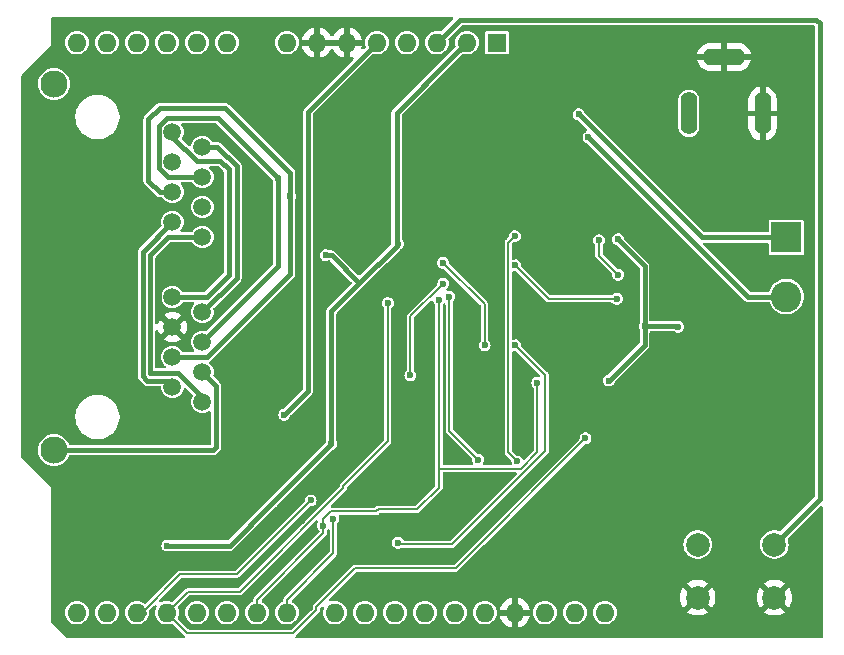
<source format=gbr>
%TF.GenerationSoftware,KiCad,Pcbnew,8.0.2*%
%TF.CreationDate,2024-05-09T00:28:53-05:00*%
%TF.ProjectId,Uno_R4_LCC_Shield,556e6f5f-5234-45f4-9c43-435f53686965,rev?*%
%TF.SameCoordinates,Original*%
%TF.FileFunction,Copper,L2,Bot*%
%TF.FilePolarity,Positive*%
%FSLAX46Y46*%
G04 Gerber Fmt 4.6, Leading zero omitted, Abs format (unit mm)*
G04 Created by KiCad (PCBNEW 8.0.2) date 2024-05-09 00:28:53*
%MOMM*%
%LPD*%
G01*
G04 APERTURE LIST*
%TA.AperFunction,ComponentPad*%
%ADD10O,1.400000X3.600000*%
%TD*%
%TA.AperFunction,ComponentPad*%
%ADD11O,3.600000X1.400000*%
%TD*%
%TA.AperFunction,ComponentPad*%
%ADD12C,1.500000*%
%TD*%
%TA.AperFunction,ComponentPad*%
%ADD13C,2.300000*%
%TD*%
%TA.AperFunction,ComponentPad*%
%ADD14R,2.600000X2.600000*%
%TD*%
%TA.AperFunction,ComponentPad*%
%ADD15C,2.600000*%
%TD*%
%TA.AperFunction,ComponentPad*%
%ADD16C,2.000000*%
%TD*%
%TA.AperFunction,ComponentPad*%
%ADD17R,1.600000X1.600000*%
%TD*%
%TA.AperFunction,ComponentPad*%
%ADD18O,1.600000X1.600000*%
%TD*%
%TA.AperFunction,ViaPad*%
%ADD19C,0.600000*%
%TD*%
%TA.AperFunction,Conductor*%
%ADD20C,0.450000*%
%TD*%
%TA.AperFunction,Conductor*%
%ADD21C,0.200000*%
%TD*%
%TA.AperFunction,Conductor*%
%ADD22C,0.400000*%
%TD*%
G04 APERTURE END LIST*
D10*
%TO.P,J2,A*%
%TO.N,VTRACK*%
X153750000Y-30000000D03*
%TO.P,J2,B*%
%TO.N,GND*%
X160000000Y-30000000D03*
D11*
%TO.P,J2,C*%
X156750000Y-25200000D03*
%TD*%
D12*
%TO.P,J1,1,1*%
%TO.N,/can_h*%
X110030000Y-31570000D03*
%TO.P,J1,2,2*%
%TO.N,/can_l*%
X112570000Y-32840000D03*
%TO.P,J1,3,3*%
%TO.N,GND*%
X110030000Y-34110000D03*
%TO.P,J1,4,4*%
%TO.N,/raw_dcc_n*%
X112570000Y-35380000D03*
%TO.P,J1,5,5*%
%TO.N,/raw_dcc_p*%
X110030000Y-36650000D03*
%TO.P,J1,6,6*%
%TO.N,/can_shield*%
X112570000Y-37920000D03*
%TO.P,J1,7,7*%
%TO.N,/pwr_n*%
X110030000Y-39190000D03*
%TO.P,J1,8,8*%
%TO.N,/pwr_p*%
X112570000Y-40460000D03*
%TO.P,J1,9,1*%
%TO.N,/can_h*%
X110030000Y-45540000D03*
%TO.P,J1,10,2*%
%TO.N,/can_l*%
X112570000Y-46810000D03*
%TO.P,J1,11,3*%
%TO.N,GND*%
X110030000Y-48080000D03*
%TO.P,J1,12,4*%
%TO.N,/raw_dcc_n*%
X112570000Y-49350000D03*
%TO.P,J1,13,5*%
%TO.N,/raw_dcc_p*%
X110030000Y-50620000D03*
%TO.P,J1,14,6*%
%TO.N,/can_shield*%
X112570000Y-51890000D03*
%TO.P,J1,15,7*%
%TO.N,/pwr_n*%
X110030000Y-53160000D03*
%TO.P,J1,16,8*%
%TO.N,/pwr_p*%
X112570000Y-54430000D03*
D13*
%TO.P,J1,M1,SHIELD*%
%TO.N,/can_shield*%
X100000000Y-27500000D03*
%TO.P,J1,M2,SHIELD*%
X100000000Y-58500000D03*
%TD*%
D14*
%TO.P,J3,1,Pin_1*%
%TO.N,/out2_A*%
X162000000Y-40500000D03*
D15*
%TO.P,J3,2,Pin_2*%
%TO.N,/out1_A*%
X162000000Y-45500000D03*
%TD*%
D16*
%TO.P,SW1,1,1*%
%TO.N,GND*%
X161000000Y-71000000D03*
X154500000Y-71000000D03*
%TO.P,SW1,2,2*%
%TO.N,/~{reset}*%
X161000000Y-66500000D03*
X154500000Y-66500000D03*
%TD*%
D17*
%TO.P,A1,1,NC*%
%TO.N,unconnected-(A1-NC-Pad1)*%
X137500000Y-24000000D03*
D18*
%TO.P,A1,2,IOREF*%
%TO.N,IOREF*%
X134960000Y-24000000D03*
%TO.P,A1,3,~{RESET}*%
%TO.N,/~{reset}*%
X132420000Y-24000000D03*
%TO.P,A1,4,3V3*%
%TO.N,+3.3V*%
X129880000Y-24000000D03*
%TO.P,A1,5,+5V*%
%TO.N,+5V*%
X127340000Y-24000000D03*
%TO.P,A1,6,GND*%
%TO.N,GND*%
X124800000Y-24000000D03*
%TO.P,A1,7,GND*%
X122260000Y-24000000D03*
%TO.P,A1,8,VIN*%
%TO.N,VIN*%
X119720000Y-24000000D03*
%TO.P,A1,9,A0*%
%TO.N,/sense_A*%
X114640000Y-24000000D03*
%TO.P,A1,10,A1*%
%TO.N,unconnected-(A1-A1-Pad10)*%
X112100000Y-24000000D03*
%TO.P,A1,11,A2*%
%TO.N,unconnected-(A1-A2-Pad11)*%
X109560000Y-24000000D03*
%TO.P,A1,12,A3*%
%TO.N,unconnected-(A1-A3-Pad12)*%
X107020000Y-24000000D03*
%TO.P,A1,13,SDA/A4*%
%TO.N,unconnected-(A1-SDA{slash}A4-Pad13)*%
X104480000Y-24000000D03*
%TO.P,A1,14,SCL/A5*%
%TO.N,unconnected-(A1-SCL{slash}A5-Pad14)*%
X101940000Y-24000000D03*
%TO.P,A1,15,D0/RX*%
%TO.N,unconnected-(A1-D0{slash}RX-Pad15)*%
X101940000Y-72260000D03*
%TO.P,A1,16,D1/TX*%
%TO.N,unconnected-(A1-D1{slash}TX-Pad16)*%
X104480000Y-72260000D03*
%TO.P,A1,17,D2*%
%TO.N,/dcc_p*%
X107020000Y-72260000D03*
%TO.P,A1,18,D3*%
%TO.N,/pwm_A*%
X109560000Y-72260000D03*
%TO.P,A1,19,D4*%
%TO.N,Net-(A1-D4)*%
X112100000Y-72260000D03*
%TO.P,A1,20,D5*%
%TO.N,Net-(A1-D5)*%
X114640000Y-72260000D03*
%TO.P,A1,21,D6*%
%TO.N,/dir_A*%
X117180000Y-72260000D03*
%TO.P,A1,22,D7*%
%TO.N,/dcc_en_A*%
X119720000Y-72260000D03*
%TO.P,A1,23,D8*%
%TO.N,unconnected-(A1-D8-Pad23)*%
X123780000Y-72260000D03*
%TO.P,A1,24,D9*%
%TO.N,unconnected-(A1-D9-Pad24)*%
X126320000Y-72260000D03*
%TO.P,A1,25,D10*%
%TO.N,Net-(A1-D10)*%
X128860000Y-72260000D03*
%TO.P,A1,26,D11*%
%TO.N,unconnected-(A1-D11-Pad26)*%
X131400000Y-72260000D03*
%TO.P,A1,27,D12*%
%TO.N,unconnected-(A1-D12-Pad27)*%
X133940000Y-72260000D03*
%TO.P,A1,28,D13*%
%TO.N,Net-(A1-D13)*%
X136480000Y-72260000D03*
%TO.P,A1,29,GND*%
%TO.N,GND*%
X139020000Y-72260000D03*
%TO.P,A1,30,AREF*%
%TO.N,unconnected-(A1-AREF-Pad30)*%
X141560000Y-72260000D03*
%TO.P,A1,31,SDA/A4*%
%TO.N,unconnected-(A1-SDA{slash}A4-Pad31)*%
X144100000Y-72260000D03*
%TO.P,A1,32,SCL/A5*%
%TO.N,unconnected-(A1-SCL{slash}A5-Pad32)*%
X146640000Y-72260000D03*
%TD*%
D19*
%TO.N,GND*%
X110500000Y-42500000D03*
X120500000Y-59000000D03*
X130000000Y-54500000D03*
X103000000Y-68500000D03*
X128137551Y-37809544D03*
X145285031Y-55288531D03*
X153000000Y-50500000D03*
X119500000Y-63500000D03*
X151000000Y-44000000D03*
X139066394Y-51086625D03*
X140838848Y-24422728D03*
X143000000Y-49000000D03*
X148000000Y-48500000D03*
X153000000Y-42000000D03*
X135500000Y-43500000D03*
X121188987Y-68429129D03*
X125500000Y-54000000D03*
X131500000Y-51500000D03*
X128155570Y-44897946D03*
X127691349Y-65720062D03*
X121000000Y-64500000D03*
X149500000Y-33500000D03*
X128000000Y-61500000D03*
X146000000Y-48000000D03*
X133500000Y-58500000D03*
X122000000Y-65500000D03*
X108000000Y-70000000D03*
X135000000Y-48000000D03*
X135500000Y-39500000D03*
X121710507Y-71839582D03*
X133994818Y-27944613D03*
X125500000Y-40000000D03*
X145500000Y-44000000D03*
%TO.N,/dir_A*%
X122782000Y-64887800D03*
X140925000Y-52796900D03*
X132600000Y-45760500D03*
%TO.N,IOREF*%
X147755300Y-40657600D03*
X146972000Y-52613200D03*
X150000000Y-48000000D03*
X123000000Y-42000000D03*
X129166000Y-41033600D03*
X109602278Y-66580791D03*
X123485000Y-57985000D03*
X152838000Y-48061800D03*
%TO.N,/dcc_p*%
X121733000Y-62767000D03*
%TO.N,/pwm_A*%
X128263000Y-46046900D03*
X145000000Y-57500000D03*
%TO.N,+5V*%
X119500000Y-55500000D03*
%TO.N,/dcc_en_A*%
X123656000Y-64328600D03*
%TO.N,/raw_dcc_n*%
X119000000Y-35500000D03*
%TO.N,/raw_dcc_p*%
X120000000Y-37000000D03*
%TO.N,/out1_A*%
X145253000Y-32000000D03*
%TO.N,/out2_A*%
X144427000Y-30073000D03*
%TO.N,Net-(U2-Pad12)*%
X133464000Y-45512300D03*
X135914000Y-59307900D03*
%TO.N,Net-(U2-Pad8)*%
X136459000Y-49624300D03*
X129134000Y-66337500D03*
X139065000Y-49624300D03*
X132932000Y-42640800D03*
%TO.N,Net-(U3-Pad6)*%
X139237000Y-59462100D03*
X139016000Y-40376700D03*
%TO.N,Net-(U4-Pad6)*%
X132956000Y-44403000D03*
X130179000Y-52176700D03*
%TO.N,Net-(U6-PH_IN2)*%
X139065000Y-42864100D03*
X147649000Y-45691100D03*
%TO.N,Net-(U6-EN_IN1)*%
X146143000Y-40731500D03*
X147755000Y-43646500D03*
%TD*%
D20*
%TO.N,/~{reset}*%
X164845000Y-22345000D02*
X164845000Y-62655000D01*
X164845000Y-62655000D02*
X161000000Y-66500000D01*
X164555000Y-22055000D02*
X164845000Y-22345000D01*
X132420000Y-24000000D02*
X134365000Y-22055000D01*
X134365000Y-22055000D02*
X164555000Y-22055000D01*
%TO.N,GND*%
X108855000Y-44145000D02*
X110500000Y-42500000D01*
X108855000Y-46905000D02*
X108855000Y-44145000D01*
X110030000Y-48080000D02*
X108855000Y-46905000D01*
D21*
%TO.N,/dir_A*%
X132601000Y-61672000D02*
X130773000Y-63500000D01*
X139512000Y-60070500D02*
X132601000Y-60070500D01*
X117180000Y-71158300D02*
X117180000Y-72260000D01*
X140925000Y-52796900D02*
X140925000Y-58657600D01*
X132601000Y-60070500D02*
X132601000Y-61672000D01*
X123436000Y-63684600D02*
X122782000Y-64338600D01*
X140925000Y-58657600D02*
X139512000Y-60070500D01*
X130773000Y-63500000D02*
X127489600Y-63500000D01*
X122782000Y-64338600D02*
X122782000Y-64887800D01*
X122782000Y-65556400D02*
X117180000Y-71158300D01*
X127489600Y-63500000D02*
X127305000Y-63684600D01*
X127305000Y-63684600D02*
X123436000Y-63684600D01*
X132601000Y-45760900D02*
X132600000Y-45760500D01*
X122782000Y-64887800D02*
X122782000Y-65556400D01*
X132601000Y-60070500D02*
X132601000Y-45760900D01*
D20*
%TO.N,IOREF*%
X129000000Y-40867600D02*
X129000000Y-29960000D01*
X123485000Y-57985000D02*
X123485000Y-46714600D01*
X118405000Y-63095000D02*
X118375000Y-63095000D01*
X118375000Y-63095000D02*
X114889209Y-66580791D01*
X118500000Y-62970000D02*
X118500000Y-63000000D01*
X125849800Y-44349800D02*
X129000000Y-41199600D01*
X129000000Y-41199600D02*
X129000000Y-30000000D01*
X114889209Y-66580791D02*
X109602278Y-66580791D01*
X133735000Y-25225000D02*
X134960000Y-24000000D01*
D22*
X123500000Y-42000000D02*
X125849800Y-44349800D01*
X146972000Y-52613200D02*
X150000000Y-49585200D01*
X150000000Y-48000000D02*
X150000000Y-42902300D01*
D20*
X118500000Y-63000000D02*
X118405000Y-63095000D01*
D22*
X150000000Y-42902300D02*
X147755300Y-40657600D01*
D20*
X123485000Y-57985000D02*
X118500000Y-62970000D01*
X129000000Y-29960000D02*
X133735000Y-25225000D01*
X123485000Y-46714600D02*
X125849800Y-44349800D01*
X152776000Y-48000000D02*
X152838000Y-48061800D01*
X129166000Y-41033600D02*
X129000000Y-40867600D01*
X150000000Y-48000000D02*
X152776000Y-48000000D01*
D22*
X150000000Y-49585200D02*
X150000000Y-48000000D01*
X123000000Y-42000000D02*
X123500000Y-42000000D01*
D21*
%TO.N,/dcc_p*%
X110707107Y-69000000D02*
X107447107Y-72260000D01*
X115500000Y-69000000D02*
X110707107Y-69000000D01*
X121733000Y-62767000D02*
X115500000Y-69000000D01*
X107447107Y-72260000D02*
X107020000Y-72260000D01*
D20*
X107020000Y-72260000D02*
X107623884Y-72260000D01*
D21*
%TO.N,/pwm_A*%
X128263000Y-57737000D02*
X128263000Y-46046900D01*
X111300000Y-74000000D02*
X109560000Y-72260000D01*
X124500000Y-61500000D02*
X128263000Y-57737000D01*
X145000000Y-57500000D02*
X134000000Y-68500000D01*
X120257196Y-74000000D02*
X111300000Y-74000000D01*
X134000000Y-68500000D02*
X125500000Y-68500000D01*
X109560000Y-72260000D02*
X111320000Y-70500000D01*
X122210507Y-71789493D02*
X122210507Y-72046689D01*
X124500000Y-61707107D02*
X124500000Y-61500000D01*
X111320000Y-70500000D02*
X115707107Y-70500000D01*
X115707107Y-70500000D02*
X124500000Y-61707107D01*
X125500000Y-68500000D02*
X122210507Y-71789493D01*
X122210507Y-72046689D02*
X120257196Y-74000000D01*
D22*
%TO.N,+5V*%
X127340000Y-24000000D02*
X121500000Y-29840000D01*
X121500000Y-53500000D02*
X119500000Y-55500000D01*
X121500000Y-29840000D02*
X121500000Y-53500000D01*
D21*
%TO.N,/dcc_en_A*%
X119720000Y-72260000D02*
X119720000Y-71158300D01*
X123656000Y-67222200D02*
X123656000Y-64328600D01*
X119720000Y-71158300D02*
X123656000Y-67222200D01*
D20*
%TO.N,/can_shield*%
X113500000Y-58500000D02*
X113745000Y-58255000D01*
X113745000Y-53065000D02*
X112570000Y-51890000D01*
X100000000Y-58500000D02*
X113500000Y-58500000D01*
X113745000Y-58255000D02*
X113745000Y-53065000D01*
%TO.N,/pwr_p*%
X109679000Y-40460000D02*
X112570000Y-40460000D01*
X108150000Y-41989200D02*
X109679000Y-40460000D01*
X112570000Y-54038300D02*
X110517000Y-51985000D01*
X110517000Y-51985000D02*
X108150000Y-51985000D01*
X112570000Y-54430000D02*
X112570000Y-54038300D01*
X108150000Y-51985000D02*
X108150000Y-41989200D01*
%TO.N,/pwr_n*%
X109505000Y-52635000D02*
X107881000Y-52635000D01*
X107500000Y-52254200D02*
X107500000Y-41720000D01*
X110030000Y-53160000D02*
X109505000Y-52635000D01*
X107881000Y-52635000D02*
X107500000Y-52254200D01*
X107500000Y-41720000D02*
X110030000Y-39190000D01*
%TO.N,/raw_dcc_n*%
X113895000Y-30395000D02*
X119000000Y-35500000D01*
X109543000Y-30395000D02*
X113895000Y-30395000D01*
X109638000Y-35380000D02*
X108855000Y-34596700D01*
X119000000Y-35500000D02*
X119000000Y-42920000D01*
X119000000Y-42920000D02*
X112570000Y-49350000D01*
X112570000Y-35380000D02*
X109638000Y-35380000D01*
X108855000Y-31083300D02*
X109543000Y-30395000D01*
X108855000Y-34596700D02*
X108855000Y-31083300D01*
%TO.N,/raw_dcc_p*%
X114500000Y-29500000D02*
X109010000Y-29500000D01*
X120000000Y-43581700D02*
X120000000Y-37000000D01*
X108000000Y-35680700D02*
X108969000Y-36650000D01*
X108000000Y-30509500D02*
X108000000Y-35680700D01*
X112962000Y-50620000D02*
X120000000Y-43581700D01*
X120000000Y-37000000D02*
X120000000Y-35161500D01*
X110030000Y-50620000D02*
X112962000Y-50620000D01*
X120000000Y-35161500D02*
X120000000Y-35000000D01*
X108969000Y-36650000D02*
X110030000Y-36650000D01*
X120000000Y-35000000D02*
X114500000Y-29500000D01*
X120000000Y-37000000D02*
X120000000Y-35161500D01*
X109010000Y-29500000D02*
X108000000Y-30509500D01*
%TO.N,/can_l*%
X115454000Y-34454100D02*
X115454000Y-43925900D01*
X112570000Y-32840000D02*
X113840000Y-32840000D01*
X115454000Y-43925900D02*
X112570000Y-46810000D01*
X113840000Y-32840000D02*
X115454000Y-34454100D01*
%TO.N,/can_h*%
X110030000Y-45540000D02*
X112921000Y-45540000D01*
X114096000Y-34015000D02*
X112083000Y-34015000D01*
X112083000Y-34015000D02*
X110030000Y-31961700D01*
X114804000Y-43656600D02*
X114804000Y-34723400D01*
X114804000Y-34723400D02*
X114096000Y-34015000D01*
X110030000Y-31961700D02*
X110030000Y-31570000D01*
X112921000Y-45540000D02*
X114804000Y-43656600D01*
%TO.N,/out1_A*%
X145253000Y-32000000D02*
X158753000Y-45500000D01*
X158753000Y-45500000D02*
X162000000Y-45500000D01*
%TO.N,/out2_A*%
X144427000Y-30073000D02*
X154854000Y-40500000D01*
X154854000Y-40500000D02*
X162000000Y-40500000D01*
D21*
%TO.N,Net-(U2-Pad12)*%
X133464000Y-56857600D02*
X135914000Y-59307900D01*
X133464000Y-45512300D02*
X133464000Y-56857600D01*
%TO.N,Net-(U2-Pad8)*%
X141600000Y-52158500D02*
X139065000Y-49624300D01*
X129134000Y-66337500D02*
X129260500Y-66464000D01*
X129260500Y-66464000D02*
X133720000Y-66464000D01*
X136459000Y-46167300D02*
X132932000Y-42640800D01*
X133720000Y-66464000D02*
X141600000Y-58584700D01*
X136459000Y-49624300D02*
X136459000Y-46167300D01*
X141600000Y-58584700D02*
X141600000Y-52158500D01*
%TO.N,Net-(U3-Pad6)*%
X138464000Y-40929000D02*
X139016000Y-40376700D01*
X139237000Y-59462100D02*
X138464000Y-58688900D01*
X138464000Y-58688900D02*
X138464000Y-40929000D01*
%TO.N,Net-(U4-Pad6)*%
X130179000Y-47180500D02*
X132956000Y-44403000D01*
X130179000Y-52176700D02*
X130179000Y-47180500D01*
%TO.N,Net-(U6-PH_IN2)*%
X141892000Y-45691100D02*
X139065000Y-42864100D01*
X147649000Y-45691100D02*
X141892000Y-45691100D01*
%TO.N,Net-(U6-EN_IN1)*%
X146143000Y-40731500D02*
X146143000Y-42034300D01*
X146143000Y-42034300D02*
X147755000Y-43646500D01*
%TD*%
%TA.AperFunction,Conductor*%
%TO.N,GND*%
G36*
X124334075Y-23807007D02*
G01*
X124300000Y-23934174D01*
X124300000Y-24065826D01*
X124334075Y-24192993D01*
X124366988Y-24250000D01*
X122693012Y-24250000D01*
X122725925Y-24192993D01*
X122760000Y-24065826D01*
X122760000Y-23934174D01*
X122725925Y-23807007D01*
X122693012Y-23750000D01*
X124366988Y-23750000D01*
X124334075Y-23807007D01*
G37*
%TD.AperFunction*%
%TA.AperFunction,Conductor*%
G36*
X133755430Y-21850185D02*
G01*
X133801185Y-21902989D01*
X133811129Y-21972147D01*
X133782104Y-22035703D01*
X133776072Y-22042181D01*
X132813040Y-23005210D01*
X132751717Y-23038695D01*
X132689365Y-23036190D01*
X132616132Y-23013976D01*
X132420000Y-22994659D01*
X132223870Y-23013975D01*
X132035266Y-23071188D01*
X131861467Y-23164086D01*
X131861460Y-23164090D01*
X131709116Y-23289116D01*
X131584090Y-23441460D01*
X131584086Y-23441467D01*
X131491188Y-23615266D01*
X131433975Y-23803870D01*
X131414659Y-24000000D01*
X131433975Y-24196129D01*
X131433976Y-24196132D01*
X131485613Y-24366357D01*
X131491188Y-24384733D01*
X131584086Y-24558532D01*
X131584090Y-24558539D01*
X131709116Y-24710883D01*
X131861460Y-24835909D01*
X131861467Y-24835913D01*
X132035266Y-24928811D01*
X132035269Y-24928811D01*
X132035273Y-24928814D01*
X132223868Y-24986024D01*
X132420000Y-25005341D01*
X132616132Y-24986024D01*
X132804727Y-24928814D01*
X132823094Y-24918997D01*
X132899365Y-24878229D01*
X132978538Y-24835910D01*
X133130883Y-24710883D01*
X133255910Y-24558538D01*
X133315893Y-24446317D01*
X133348811Y-24384733D01*
X133348811Y-24384732D01*
X133348814Y-24384727D01*
X133406024Y-24196132D01*
X133425341Y-24000000D01*
X133406024Y-23803868D01*
X133383809Y-23730635D01*
X133383185Y-23660768D01*
X133414786Y-23606960D01*
X134504928Y-22516819D01*
X134566251Y-22483334D01*
X134592609Y-22480500D01*
X164295500Y-22480500D01*
X164362539Y-22500185D01*
X164408294Y-22552989D01*
X164419500Y-22604500D01*
X164419500Y-62427389D01*
X164399815Y-62494428D01*
X164383181Y-62515070D01*
X161551358Y-65346892D01*
X161490035Y-65380377D01*
X161420343Y-65375393D01*
X161418884Y-65374838D01*
X161329944Y-65340383D01*
X161329941Y-65340382D01*
X161329940Y-65340382D01*
X161111243Y-65299500D01*
X160888757Y-65299500D01*
X160670060Y-65340382D01*
X160566821Y-65380377D01*
X160462601Y-65420752D01*
X160462595Y-65420754D01*
X160273439Y-65537874D01*
X160273437Y-65537876D01*
X160109020Y-65687761D01*
X159974943Y-65865308D01*
X159974938Y-65865316D01*
X159875775Y-66064461D01*
X159875769Y-66064476D01*
X159814885Y-66278462D01*
X159814884Y-66278464D01*
X159794357Y-66499999D01*
X159794357Y-66500000D01*
X159814884Y-66721535D01*
X159814885Y-66721537D01*
X159875769Y-66935523D01*
X159875775Y-66935538D01*
X159974938Y-67134683D01*
X159974943Y-67134691D01*
X160109020Y-67312238D01*
X160273437Y-67462123D01*
X160273439Y-67462125D01*
X160462595Y-67579245D01*
X160462596Y-67579245D01*
X160462599Y-67579247D01*
X160670060Y-67659618D01*
X160888757Y-67700500D01*
X160888759Y-67700500D01*
X161111241Y-67700500D01*
X161111243Y-67700500D01*
X161329940Y-67659618D01*
X161537401Y-67579247D01*
X161726562Y-67462124D01*
X161890981Y-67312236D01*
X162025058Y-67134689D01*
X162124229Y-66935528D01*
X162185115Y-66721536D01*
X162205643Y-66500000D01*
X162185115Y-66278464D01*
X162124910Y-66066865D01*
X162125496Y-65996999D01*
X162156493Y-65945253D01*
X164857821Y-63243926D01*
X164919142Y-63210443D01*
X164988834Y-63215427D01*
X165044767Y-63257299D01*
X165069184Y-63322763D01*
X165069500Y-63331609D01*
X165069500Y-74305500D01*
X165049815Y-74372539D01*
X164997011Y-74418294D01*
X164945500Y-74429500D01*
X120552029Y-74429500D01*
X120484990Y-74409815D01*
X120439235Y-74357011D01*
X120429291Y-74287853D01*
X120458316Y-74224297D01*
X120464348Y-74217819D01*
X121436143Y-73246024D01*
X122450967Y-72231200D01*
X122466681Y-72203982D01*
X122490528Y-72162678D01*
X122511007Y-72086251D01*
X122511007Y-71965326D01*
X122530692Y-71898287D01*
X122547320Y-71877650D01*
X122632424Y-71792546D01*
X122693743Y-71759064D01*
X122763435Y-71764048D01*
X122819369Y-71805919D01*
X122843786Y-71871383D01*
X122838763Y-71916225D01*
X122793975Y-72063869D01*
X122774659Y-72260000D01*
X122793975Y-72456129D01*
X122851188Y-72644733D01*
X122944086Y-72818532D01*
X122944090Y-72818539D01*
X123069116Y-72970883D01*
X123221460Y-73095909D01*
X123221467Y-73095913D01*
X123395266Y-73188811D01*
X123395269Y-73188811D01*
X123395273Y-73188814D01*
X123583868Y-73246024D01*
X123780000Y-73265341D01*
X123976132Y-73246024D01*
X124164727Y-73188814D01*
X124164735Y-73188810D01*
X124314039Y-73109005D01*
X124338538Y-73095910D01*
X124490883Y-72970883D01*
X124615910Y-72818538D01*
X124675893Y-72706317D01*
X124708811Y-72644733D01*
X124708812Y-72644731D01*
X124708814Y-72644727D01*
X124766024Y-72456132D01*
X124785341Y-72260000D01*
X125314659Y-72260000D01*
X125333975Y-72456129D01*
X125391188Y-72644733D01*
X125484086Y-72818532D01*
X125484090Y-72818539D01*
X125609116Y-72970883D01*
X125761460Y-73095909D01*
X125761467Y-73095913D01*
X125935266Y-73188811D01*
X125935269Y-73188811D01*
X125935273Y-73188814D01*
X126123868Y-73246024D01*
X126320000Y-73265341D01*
X126516132Y-73246024D01*
X126704727Y-73188814D01*
X126704735Y-73188810D01*
X126854039Y-73109005D01*
X126878538Y-73095910D01*
X127030883Y-72970883D01*
X127155910Y-72818538D01*
X127215893Y-72706317D01*
X127248811Y-72644733D01*
X127248812Y-72644731D01*
X127248814Y-72644727D01*
X127306024Y-72456132D01*
X127325341Y-72260000D01*
X127854659Y-72260000D01*
X127873975Y-72456129D01*
X127931188Y-72644733D01*
X128024086Y-72818532D01*
X128024090Y-72818539D01*
X128149116Y-72970883D01*
X128301460Y-73095909D01*
X128301467Y-73095913D01*
X128475266Y-73188811D01*
X128475269Y-73188811D01*
X128475273Y-73188814D01*
X128663868Y-73246024D01*
X128860000Y-73265341D01*
X129056132Y-73246024D01*
X129244727Y-73188814D01*
X129244735Y-73188810D01*
X129394039Y-73109005D01*
X129418538Y-73095910D01*
X129570883Y-72970883D01*
X129695910Y-72818538D01*
X129755893Y-72706317D01*
X129788811Y-72644733D01*
X129788812Y-72644731D01*
X129788814Y-72644727D01*
X129846024Y-72456132D01*
X129865341Y-72260000D01*
X130394659Y-72260000D01*
X130413975Y-72456129D01*
X130471188Y-72644733D01*
X130564086Y-72818532D01*
X130564090Y-72818539D01*
X130689116Y-72970883D01*
X130841460Y-73095909D01*
X130841467Y-73095913D01*
X131015266Y-73188811D01*
X131015269Y-73188811D01*
X131015273Y-73188814D01*
X131203868Y-73246024D01*
X131400000Y-73265341D01*
X131596132Y-73246024D01*
X131784727Y-73188814D01*
X131784735Y-73188810D01*
X131934039Y-73109005D01*
X131958538Y-73095910D01*
X132110883Y-72970883D01*
X132235910Y-72818538D01*
X132295893Y-72706317D01*
X132328811Y-72644733D01*
X132328812Y-72644731D01*
X132328814Y-72644727D01*
X132386024Y-72456132D01*
X132405341Y-72260000D01*
X132934659Y-72260000D01*
X132953975Y-72456129D01*
X133011188Y-72644733D01*
X133104086Y-72818532D01*
X133104090Y-72818539D01*
X133229116Y-72970883D01*
X133381460Y-73095909D01*
X133381467Y-73095913D01*
X133555266Y-73188811D01*
X133555269Y-73188811D01*
X133555273Y-73188814D01*
X133743868Y-73246024D01*
X133940000Y-73265341D01*
X134136132Y-73246024D01*
X134324727Y-73188814D01*
X134324735Y-73188810D01*
X134474039Y-73109005D01*
X134498538Y-73095910D01*
X134650883Y-72970883D01*
X134775910Y-72818538D01*
X134835893Y-72706317D01*
X134868811Y-72644733D01*
X134868812Y-72644731D01*
X134868814Y-72644727D01*
X134926024Y-72456132D01*
X134945341Y-72260000D01*
X135474659Y-72260000D01*
X135493975Y-72456129D01*
X135551188Y-72644733D01*
X135644086Y-72818532D01*
X135644090Y-72818539D01*
X135769116Y-72970883D01*
X135921460Y-73095909D01*
X135921467Y-73095913D01*
X136095266Y-73188811D01*
X136095269Y-73188811D01*
X136095273Y-73188814D01*
X136283868Y-73246024D01*
X136480000Y-73265341D01*
X136676132Y-73246024D01*
X136864727Y-73188814D01*
X136864735Y-73188810D01*
X137014039Y-73109005D01*
X137038538Y-73095910D01*
X137190883Y-72970883D01*
X137315910Y-72818538D01*
X137375893Y-72706317D01*
X137408811Y-72644733D01*
X137408812Y-72644731D01*
X137408814Y-72644727D01*
X137466024Y-72456132D01*
X137485341Y-72260000D01*
X137466024Y-72063868D01*
X137449683Y-72009999D01*
X137741127Y-72009999D01*
X137741128Y-72010000D01*
X138586988Y-72010000D01*
X138554075Y-72067007D01*
X138520000Y-72194174D01*
X138520000Y-72325826D01*
X138554075Y-72452993D01*
X138586988Y-72510000D01*
X137741128Y-72510000D01*
X137793730Y-72706317D01*
X137793734Y-72706326D01*
X137889865Y-72912482D01*
X138020342Y-73098820D01*
X138181179Y-73259657D01*
X138367517Y-73390134D01*
X138573673Y-73486265D01*
X138573682Y-73486269D01*
X138769999Y-73538872D01*
X138770000Y-73538871D01*
X138770000Y-72693012D01*
X138827007Y-72725925D01*
X138954174Y-72760000D01*
X139085826Y-72760000D01*
X139212993Y-72725925D01*
X139270000Y-72693012D01*
X139270000Y-73538872D01*
X139466317Y-73486269D01*
X139466326Y-73486265D01*
X139672482Y-73390134D01*
X139858820Y-73259657D01*
X140019657Y-73098820D01*
X140150134Y-72912482D01*
X140246265Y-72706326D01*
X140246269Y-72706317D01*
X140298872Y-72510000D01*
X139453012Y-72510000D01*
X139485925Y-72452993D01*
X139520000Y-72325826D01*
X139520000Y-72260000D01*
X140554659Y-72260000D01*
X140573975Y-72456129D01*
X140631188Y-72644733D01*
X140724086Y-72818532D01*
X140724090Y-72818539D01*
X140849116Y-72970883D01*
X141001460Y-73095909D01*
X141001467Y-73095913D01*
X141175266Y-73188811D01*
X141175269Y-73188811D01*
X141175273Y-73188814D01*
X141363868Y-73246024D01*
X141560000Y-73265341D01*
X141756132Y-73246024D01*
X141944727Y-73188814D01*
X141944735Y-73188810D01*
X142094039Y-73109005D01*
X142118538Y-73095910D01*
X142270883Y-72970883D01*
X142395910Y-72818538D01*
X142455893Y-72706317D01*
X142488811Y-72644733D01*
X142488812Y-72644731D01*
X142488814Y-72644727D01*
X142546024Y-72456132D01*
X142565341Y-72260000D01*
X143094659Y-72260000D01*
X143113975Y-72456129D01*
X143171188Y-72644733D01*
X143264086Y-72818532D01*
X143264090Y-72818539D01*
X143389116Y-72970883D01*
X143541460Y-73095909D01*
X143541467Y-73095913D01*
X143715266Y-73188811D01*
X143715269Y-73188811D01*
X143715273Y-73188814D01*
X143903868Y-73246024D01*
X144100000Y-73265341D01*
X144296132Y-73246024D01*
X144484727Y-73188814D01*
X144484735Y-73188810D01*
X144634039Y-73109005D01*
X144658538Y-73095910D01*
X144810883Y-72970883D01*
X144935910Y-72818538D01*
X144995893Y-72706317D01*
X145028811Y-72644733D01*
X145028812Y-72644731D01*
X145028814Y-72644727D01*
X145086024Y-72456132D01*
X145105341Y-72260000D01*
X145634659Y-72260000D01*
X145653975Y-72456129D01*
X145711188Y-72644733D01*
X145804086Y-72818532D01*
X145804090Y-72818539D01*
X145929116Y-72970883D01*
X146081460Y-73095909D01*
X146081467Y-73095913D01*
X146255266Y-73188811D01*
X146255269Y-73188811D01*
X146255273Y-73188814D01*
X146443868Y-73246024D01*
X146640000Y-73265341D01*
X146836132Y-73246024D01*
X147024727Y-73188814D01*
X147024735Y-73188810D01*
X147174039Y-73109005D01*
X147198538Y-73095910D01*
X147350883Y-72970883D01*
X147475910Y-72818538D01*
X147535893Y-72706317D01*
X147568811Y-72644733D01*
X147568812Y-72644731D01*
X147568814Y-72644727D01*
X147626024Y-72456132D01*
X147645341Y-72260000D01*
X147626024Y-72063868D01*
X147568814Y-71875273D01*
X147568811Y-71875269D01*
X147568811Y-71875266D01*
X147475913Y-71701467D01*
X147475909Y-71701460D01*
X147350883Y-71549116D01*
X147198539Y-71424090D01*
X147198532Y-71424086D01*
X147024733Y-71331188D01*
X147024727Y-71331186D01*
X146865132Y-71282773D01*
X146836129Y-71273975D01*
X146640000Y-71254659D01*
X146443870Y-71273975D01*
X146255266Y-71331188D01*
X146081467Y-71424086D01*
X146081460Y-71424090D01*
X145929116Y-71549116D01*
X145804090Y-71701460D01*
X145804086Y-71701467D01*
X145711188Y-71875266D01*
X145653975Y-72063870D01*
X145634659Y-72260000D01*
X145105341Y-72260000D01*
X145086024Y-72063868D01*
X145028814Y-71875273D01*
X145028811Y-71875269D01*
X145028811Y-71875266D01*
X144935913Y-71701467D01*
X144935909Y-71701460D01*
X144810883Y-71549116D01*
X144658539Y-71424090D01*
X144658532Y-71424086D01*
X144484733Y-71331188D01*
X144484727Y-71331186D01*
X144325132Y-71282773D01*
X144296129Y-71273975D01*
X144100000Y-71254659D01*
X143903870Y-71273975D01*
X143715266Y-71331188D01*
X143541467Y-71424086D01*
X143541460Y-71424090D01*
X143389116Y-71549116D01*
X143264090Y-71701460D01*
X143264086Y-71701467D01*
X143171188Y-71875266D01*
X143113975Y-72063870D01*
X143094659Y-72260000D01*
X142565341Y-72260000D01*
X142546024Y-72063868D01*
X142488814Y-71875273D01*
X142488811Y-71875269D01*
X142488811Y-71875266D01*
X142395913Y-71701467D01*
X142395909Y-71701460D01*
X142270883Y-71549116D01*
X142118539Y-71424090D01*
X142118532Y-71424086D01*
X141944733Y-71331188D01*
X141944727Y-71331186D01*
X141785132Y-71282773D01*
X141756129Y-71273975D01*
X141560000Y-71254659D01*
X141363870Y-71273975D01*
X141175266Y-71331188D01*
X141001467Y-71424086D01*
X141001460Y-71424090D01*
X140849116Y-71549116D01*
X140724090Y-71701460D01*
X140724086Y-71701467D01*
X140631188Y-71875266D01*
X140573975Y-72063870D01*
X140554659Y-72260000D01*
X139520000Y-72260000D01*
X139520000Y-72194174D01*
X139485925Y-72067007D01*
X139453012Y-72010000D01*
X140298872Y-72010000D01*
X140298872Y-72009999D01*
X140246269Y-71813682D01*
X140246265Y-71813673D01*
X140150134Y-71607517D01*
X140019657Y-71421179D01*
X139858820Y-71260342D01*
X139672482Y-71129865D01*
X139466328Y-71033734D01*
X139340411Y-70999994D01*
X152994859Y-70999994D01*
X152994859Y-71000005D01*
X153015385Y-71247729D01*
X153015387Y-71247738D01*
X153076412Y-71488717D01*
X153176266Y-71716364D01*
X153276564Y-71869882D01*
X153976212Y-71170234D01*
X153987482Y-71212292D01*
X154059890Y-71337708D01*
X154162292Y-71440110D01*
X154287708Y-71512518D01*
X154329765Y-71523787D01*
X153629942Y-72223609D01*
X153676768Y-72260055D01*
X153676770Y-72260056D01*
X153895385Y-72378364D01*
X153895396Y-72378369D01*
X154130506Y-72459083D01*
X154375707Y-72500000D01*
X154624293Y-72500000D01*
X154869493Y-72459083D01*
X155104603Y-72378369D01*
X155104614Y-72378364D01*
X155323228Y-72260057D01*
X155323231Y-72260055D01*
X155370056Y-72223609D01*
X154670234Y-71523787D01*
X154712292Y-71512518D01*
X154837708Y-71440110D01*
X154940110Y-71337708D01*
X155012518Y-71212292D01*
X155023787Y-71170235D01*
X155723434Y-71869882D01*
X155823731Y-71716369D01*
X155923587Y-71488717D01*
X155984612Y-71247738D01*
X155984614Y-71247729D01*
X156005141Y-71000005D01*
X156005141Y-70999994D01*
X159494859Y-70999994D01*
X159494859Y-71000005D01*
X159515385Y-71247729D01*
X159515387Y-71247738D01*
X159576412Y-71488717D01*
X159676266Y-71716364D01*
X159776564Y-71869882D01*
X160476212Y-71170234D01*
X160487482Y-71212292D01*
X160559890Y-71337708D01*
X160662292Y-71440110D01*
X160787708Y-71512518D01*
X160829765Y-71523787D01*
X160129942Y-72223609D01*
X160176768Y-72260055D01*
X160176770Y-72260056D01*
X160395385Y-72378364D01*
X160395396Y-72378369D01*
X160630506Y-72459083D01*
X160875707Y-72500000D01*
X161124293Y-72500000D01*
X161369493Y-72459083D01*
X161604603Y-72378369D01*
X161604614Y-72378364D01*
X161823228Y-72260057D01*
X161823231Y-72260055D01*
X161870056Y-72223609D01*
X161170234Y-71523787D01*
X161212292Y-71512518D01*
X161337708Y-71440110D01*
X161440110Y-71337708D01*
X161512518Y-71212292D01*
X161523787Y-71170235D01*
X162223434Y-71869882D01*
X162323731Y-71716369D01*
X162423587Y-71488717D01*
X162484612Y-71247738D01*
X162484614Y-71247729D01*
X162505141Y-71000005D01*
X162505141Y-70999994D01*
X162484614Y-70752270D01*
X162484612Y-70752261D01*
X162423587Y-70511282D01*
X162323731Y-70283630D01*
X162223434Y-70130116D01*
X161523787Y-70829764D01*
X161512518Y-70787708D01*
X161440110Y-70662292D01*
X161337708Y-70559890D01*
X161212292Y-70487482D01*
X161170235Y-70476212D01*
X161870057Y-69776390D01*
X161870056Y-69776389D01*
X161823229Y-69739943D01*
X161604614Y-69621635D01*
X161604603Y-69621630D01*
X161369493Y-69540916D01*
X161124293Y-69500000D01*
X160875707Y-69500000D01*
X160630506Y-69540916D01*
X160395396Y-69621630D01*
X160395390Y-69621632D01*
X160176761Y-69739949D01*
X160129942Y-69776388D01*
X160129942Y-69776390D01*
X160829765Y-70476212D01*
X160787708Y-70487482D01*
X160662292Y-70559890D01*
X160559890Y-70662292D01*
X160487482Y-70787708D01*
X160476212Y-70829764D01*
X159776564Y-70130116D01*
X159676267Y-70283632D01*
X159576412Y-70511282D01*
X159515387Y-70752261D01*
X159515385Y-70752270D01*
X159494859Y-70999994D01*
X156005141Y-70999994D01*
X155984614Y-70752270D01*
X155984612Y-70752261D01*
X155923587Y-70511282D01*
X155823731Y-70283630D01*
X155723434Y-70130116D01*
X155023787Y-70829764D01*
X155012518Y-70787708D01*
X154940110Y-70662292D01*
X154837708Y-70559890D01*
X154712292Y-70487482D01*
X154670235Y-70476212D01*
X155370057Y-69776390D01*
X155370056Y-69776389D01*
X155323229Y-69739943D01*
X155104614Y-69621635D01*
X155104603Y-69621630D01*
X154869493Y-69540916D01*
X154624293Y-69500000D01*
X154375707Y-69500000D01*
X154130506Y-69540916D01*
X153895396Y-69621630D01*
X153895390Y-69621632D01*
X153676761Y-69739949D01*
X153629942Y-69776388D01*
X153629942Y-69776390D01*
X154329765Y-70476212D01*
X154287708Y-70487482D01*
X154162292Y-70559890D01*
X154059890Y-70662292D01*
X153987482Y-70787708D01*
X153976212Y-70829764D01*
X153276564Y-70130116D01*
X153176267Y-70283632D01*
X153076412Y-70511282D01*
X153015387Y-70752261D01*
X153015385Y-70752270D01*
X152994859Y-70999994D01*
X139340411Y-70999994D01*
X139270000Y-70981127D01*
X139270000Y-71826988D01*
X139212993Y-71794075D01*
X139085826Y-71760000D01*
X138954174Y-71760000D01*
X138827007Y-71794075D01*
X138770000Y-71826988D01*
X138770000Y-70981127D01*
X138573671Y-71033734D01*
X138367517Y-71129865D01*
X138181179Y-71260342D01*
X138020342Y-71421179D01*
X137889865Y-71607517D01*
X137793734Y-71813673D01*
X137793730Y-71813682D01*
X137741127Y-72009999D01*
X137449683Y-72009999D01*
X137408814Y-71875273D01*
X137408811Y-71875269D01*
X137408811Y-71875266D01*
X137315913Y-71701467D01*
X137315909Y-71701460D01*
X137190883Y-71549116D01*
X137038539Y-71424090D01*
X137038532Y-71424086D01*
X136864733Y-71331188D01*
X136864727Y-71331186D01*
X136705132Y-71282773D01*
X136676129Y-71273975D01*
X136480000Y-71254659D01*
X136283870Y-71273975D01*
X136095266Y-71331188D01*
X135921467Y-71424086D01*
X135921460Y-71424090D01*
X135769116Y-71549116D01*
X135644090Y-71701460D01*
X135644086Y-71701467D01*
X135551188Y-71875266D01*
X135493975Y-72063870D01*
X135474659Y-72260000D01*
X134945341Y-72260000D01*
X134926024Y-72063868D01*
X134868814Y-71875273D01*
X134868811Y-71875269D01*
X134868811Y-71875266D01*
X134775913Y-71701467D01*
X134775909Y-71701460D01*
X134650883Y-71549116D01*
X134498539Y-71424090D01*
X134498532Y-71424086D01*
X134324733Y-71331188D01*
X134324727Y-71331186D01*
X134165132Y-71282773D01*
X134136129Y-71273975D01*
X133940000Y-71254659D01*
X133743870Y-71273975D01*
X133555266Y-71331188D01*
X133381467Y-71424086D01*
X133381460Y-71424090D01*
X133229116Y-71549116D01*
X133104090Y-71701460D01*
X133104086Y-71701467D01*
X133011188Y-71875266D01*
X132953975Y-72063870D01*
X132934659Y-72260000D01*
X132405341Y-72260000D01*
X132386024Y-72063868D01*
X132328814Y-71875273D01*
X132328811Y-71875269D01*
X132328811Y-71875266D01*
X132235913Y-71701467D01*
X132235909Y-71701460D01*
X132110883Y-71549116D01*
X131958539Y-71424090D01*
X131958532Y-71424086D01*
X131784733Y-71331188D01*
X131784727Y-71331186D01*
X131625132Y-71282773D01*
X131596129Y-71273975D01*
X131400000Y-71254659D01*
X131203870Y-71273975D01*
X131015266Y-71331188D01*
X130841467Y-71424086D01*
X130841460Y-71424090D01*
X130689116Y-71549116D01*
X130564090Y-71701460D01*
X130564086Y-71701467D01*
X130471188Y-71875266D01*
X130413975Y-72063870D01*
X130394659Y-72260000D01*
X129865341Y-72260000D01*
X129846024Y-72063868D01*
X129788814Y-71875273D01*
X129788811Y-71875269D01*
X129788811Y-71875266D01*
X129695913Y-71701467D01*
X129695909Y-71701460D01*
X129570883Y-71549116D01*
X129418539Y-71424090D01*
X129418532Y-71424086D01*
X129244733Y-71331188D01*
X129244727Y-71331186D01*
X129085132Y-71282773D01*
X129056129Y-71273975D01*
X128860000Y-71254659D01*
X128663870Y-71273975D01*
X128475266Y-71331188D01*
X128301467Y-71424086D01*
X128301460Y-71424090D01*
X128149116Y-71549116D01*
X128024090Y-71701460D01*
X128024086Y-71701467D01*
X127931188Y-71875266D01*
X127873975Y-72063870D01*
X127854659Y-72260000D01*
X127325341Y-72260000D01*
X127306024Y-72063868D01*
X127248814Y-71875273D01*
X127248811Y-71875269D01*
X127248811Y-71875266D01*
X127155913Y-71701467D01*
X127155909Y-71701460D01*
X127030883Y-71549116D01*
X126878539Y-71424090D01*
X126878532Y-71424086D01*
X126704733Y-71331188D01*
X126704727Y-71331186D01*
X126545132Y-71282773D01*
X126516129Y-71273975D01*
X126320000Y-71254659D01*
X126123870Y-71273975D01*
X125935266Y-71331188D01*
X125761467Y-71424086D01*
X125761460Y-71424090D01*
X125609116Y-71549116D01*
X125484090Y-71701460D01*
X125484086Y-71701467D01*
X125391188Y-71875266D01*
X125333975Y-72063870D01*
X125314659Y-72260000D01*
X124785341Y-72260000D01*
X124766024Y-72063868D01*
X124708814Y-71875273D01*
X124708811Y-71875269D01*
X124708811Y-71875266D01*
X124615913Y-71701467D01*
X124615909Y-71701460D01*
X124490883Y-71549116D01*
X124338539Y-71424090D01*
X124338532Y-71424086D01*
X124164733Y-71331188D01*
X124164727Y-71331186D01*
X124005132Y-71282773D01*
X123976129Y-71273975D01*
X123780000Y-71254659D01*
X123583869Y-71273975D01*
X123436225Y-71318763D01*
X123366358Y-71319386D01*
X123307245Y-71282138D01*
X123277655Y-71218844D01*
X123286980Y-71149599D01*
X123312546Y-71112424D01*
X125588152Y-68836819D01*
X125649475Y-68803334D01*
X125675833Y-68800500D01*
X134039560Y-68800500D01*
X134039562Y-68800500D01*
X134115989Y-68780021D01*
X134184511Y-68740460D01*
X134240460Y-68684511D01*
X136424972Y-66499999D01*
X153294357Y-66499999D01*
X153294357Y-66500000D01*
X153314884Y-66721535D01*
X153314885Y-66721537D01*
X153375769Y-66935523D01*
X153375775Y-66935538D01*
X153474938Y-67134683D01*
X153474943Y-67134691D01*
X153609020Y-67312238D01*
X153773437Y-67462123D01*
X153773439Y-67462125D01*
X153962595Y-67579245D01*
X153962596Y-67579245D01*
X153962599Y-67579247D01*
X154170060Y-67659618D01*
X154388757Y-67700500D01*
X154388759Y-67700500D01*
X154611241Y-67700500D01*
X154611243Y-67700500D01*
X154829940Y-67659618D01*
X155037401Y-67579247D01*
X155226562Y-67462124D01*
X155390981Y-67312236D01*
X155525058Y-67134689D01*
X155624229Y-66935528D01*
X155685115Y-66721536D01*
X155705643Y-66500000D01*
X155685115Y-66278464D01*
X155624229Y-66064472D01*
X155624058Y-66064128D01*
X155525061Y-65865316D01*
X155525056Y-65865308D01*
X155390979Y-65687761D01*
X155226562Y-65537876D01*
X155226560Y-65537874D01*
X155037404Y-65420754D01*
X155037398Y-65420752D01*
X154829940Y-65340382D01*
X154611243Y-65299500D01*
X154388757Y-65299500D01*
X154170060Y-65340382D01*
X154066821Y-65380377D01*
X153962601Y-65420752D01*
X153962595Y-65420754D01*
X153773439Y-65537874D01*
X153773437Y-65537876D01*
X153609020Y-65687761D01*
X153474943Y-65865308D01*
X153474938Y-65865316D01*
X153375775Y-66064461D01*
X153375769Y-66064476D01*
X153314885Y-66278462D01*
X153314884Y-66278464D01*
X153294357Y-66499999D01*
X136424972Y-66499999D01*
X144888151Y-58036818D01*
X144949474Y-58003334D01*
X144975832Y-58000500D01*
X145071962Y-58000500D01*
X145071962Y-58000499D01*
X145210053Y-57959953D01*
X145331128Y-57882143D01*
X145425377Y-57773373D01*
X145485165Y-57642457D01*
X145505647Y-57500000D01*
X145485165Y-57357543D01*
X145425377Y-57226627D01*
X145331128Y-57117857D01*
X145210053Y-57040047D01*
X145210051Y-57040046D01*
X145210049Y-57040045D01*
X145210050Y-57040045D01*
X145071963Y-56999500D01*
X145071961Y-56999500D01*
X144928039Y-56999500D01*
X144928036Y-56999500D01*
X144789949Y-57040045D01*
X144668873Y-57117856D01*
X144574623Y-57226626D01*
X144574622Y-57226628D01*
X144514834Y-57357543D01*
X144494353Y-57500000D01*
X144494353Y-57500001D01*
X144495661Y-57509103D01*
X144485713Y-57578261D01*
X144460603Y-57614424D01*
X133911848Y-68163181D01*
X133850525Y-68196666D01*
X133824167Y-68199500D01*
X125460438Y-68199500D01*
X125384010Y-68219978D01*
X125315489Y-68259540D01*
X125315486Y-68259542D01*
X121970048Y-71604980D01*
X121970042Y-71604988D01*
X121930489Y-71673497D01*
X121930486Y-71673502D01*
X121910007Y-71749932D01*
X121910007Y-71870856D01*
X121890322Y-71937895D01*
X121873688Y-71958537D01*
X120169044Y-73663181D01*
X120107721Y-73696666D01*
X120081363Y-73699500D01*
X111475833Y-73699500D01*
X111408794Y-73679815D01*
X111388152Y-73663181D01*
X110512351Y-72787380D01*
X110478866Y-72726057D01*
X110483850Y-72656365D01*
X110486550Y-72650383D01*
X110486483Y-72650355D01*
X110488810Y-72644736D01*
X110488812Y-72644731D01*
X110488814Y-72644727D01*
X110546024Y-72456132D01*
X110565341Y-72260000D01*
X111094659Y-72260000D01*
X111113975Y-72456129D01*
X111171188Y-72644733D01*
X111264086Y-72818532D01*
X111264090Y-72818539D01*
X111389116Y-72970883D01*
X111541460Y-73095909D01*
X111541467Y-73095913D01*
X111715266Y-73188811D01*
X111715269Y-73188811D01*
X111715273Y-73188814D01*
X111903868Y-73246024D01*
X112100000Y-73265341D01*
X112296132Y-73246024D01*
X112484727Y-73188814D01*
X112484735Y-73188810D01*
X112634039Y-73109005D01*
X112658538Y-73095910D01*
X112810883Y-72970883D01*
X112935910Y-72818538D01*
X112995893Y-72706317D01*
X113028811Y-72644733D01*
X113028812Y-72644731D01*
X113028814Y-72644727D01*
X113086024Y-72456132D01*
X113105341Y-72260000D01*
X113634659Y-72260000D01*
X113653975Y-72456129D01*
X113711188Y-72644733D01*
X113804086Y-72818532D01*
X113804090Y-72818539D01*
X113929116Y-72970883D01*
X114081460Y-73095909D01*
X114081467Y-73095913D01*
X114255266Y-73188811D01*
X114255269Y-73188811D01*
X114255273Y-73188814D01*
X114443868Y-73246024D01*
X114640000Y-73265341D01*
X114836132Y-73246024D01*
X115024727Y-73188814D01*
X115024735Y-73188810D01*
X115174039Y-73109005D01*
X115198538Y-73095910D01*
X115350883Y-72970883D01*
X115475910Y-72818538D01*
X115535893Y-72706317D01*
X115568811Y-72644733D01*
X115568812Y-72644731D01*
X115568814Y-72644727D01*
X115626024Y-72456132D01*
X115645341Y-72260000D01*
X115626024Y-72063868D01*
X115568814Y-71875273D01*
X115568811Y-71875269D01*
X115568811Y-71875266D01*
X115475913Y-71701467D01*
X115475909Y-71701460D01*
X115350883Y-71549116D01*
X115198539Y-71424090D01*
X115198532Y-71424086D01*
X115024733Y-71331188D01*
X115024727Y-71331186D01*
X114865132Y-71282773D01*
X114836129Y-71273975D01*
X114640000Y-71254659D01*
X114443870Y-71273975D01*
X114255266Y-71331188D01*
X114081467Y-71424086D01*
X114081460Y-71424090D01*
X113929116Y-71549116D01*
X113804090Y-71701460D01*
X113804086Y-71701467D01*
X113711188Y-71875266D01*
X113653975Y-72063870D01*
X113634659Y-72260000D01*
X113105341Y-72260000D01*
X113086024Y-72063868D01*
X113028814Y-71875273D01*
X113028811Y-71875269D01*
X113028811Y-71875266D01*
X112935913Y-71701467D01*
X112935909Y-71701460D01*
X112810883Y-71549116D01*
X112658539Y-71424090D01*
X112658532Y-71424086D01*
X112484733Y-71331188D01*
X112484727Y-71331186D01*
X112325132Y-71282773D01*
X112296129Y-71273975D01*
X112100000Y-71254659D01*
X111903870Y-71273975D01*
X111715266Y-71331188D01*
X111541467Y-71424086D01*
X111541460Y-71424090D01*
X111389116Y-71549116D01*
X111264090Y-71701460D01*
X111264086Y-71701467D01*
X111171188Y-71875266D01*
X111113975Y-72063870D01*
X111094659Y-72260000D01*
X110565341Y-72260000D01*
X110546024Y-72063868D01*
X110488814Y-71875273D01*
X110488811Y-71875268D01*
X110488809Y-71875260D01*
X110486482Y-71869641D01*
X110488596Y-71868765D01*
X110476431Y-71810358D01*
X110501427Y-71745112D01*
X110512343Y-71732626D01*
X111408152Y-70836819D01*
X111469475Y-70803334D01*
X111495833Y-70800500D01*
X115746667Y-70800500D01*
X115746669Y-70800500D01*
X115823096Y-70780021D01*
X115891618Y-70740460D01*
X115947567Y-70684511D01*
X122155564Y-64476513D01*
X122216885Y-64443030D01*
X122286577Y-64448014D01*
X122342510Y-64489886D01*
X122366927Y-64555350D01*
X122356037Y-64615707D01*
X122296835Y-64745341D01*
X122296834Y-64745342D01*
X122276353Y-64887800D01*
X122296834Y-65030256D01*
X122356622Y-65161171D01*
X122356623Y-65161173D01*
X122450872Y-65269943D01*
X122450875Y-65269944D01*
X122451213Y-65270335D01*
X122480238Y-65333891D01*
X122481500Y-65351538D01*
X122481500Y-65380563D01*
X122461815Y-65447602D01*
X122445180Y-65468245D01*
X116995493Y-70917834D01*
X116995489Y-70917840D01*
X116939541Y-70973787D01*
X116939537Y-70973792D01*
X116906100Y-71031706D01*
X116906101Y-71031707D01*
X116899979Y-71042310D01*
X116899978Y-71042312D01*
X116879500Y-71118734D01*
X116879500Y-71213671D01*
X116859815Y-71280710D01*
X116807011Y-71326465D01*
X116800871Y-71328786D01*
X116800900Y-71328855D01*
X116795269Y-71331187D01*
X116621467Y-71424086D01*
X116621460Y-71424090D01*
X116469116Y-71549116D01*
X116344090Y-71701460D01*
X116344086Y-71701467D01*
X116251188Y-71875266D01*
X116193975Y-72063870D01*
X116174659Y-72260000D01*
X116193975Y-72456129D01*
X116251188Y-72644733D01*
X116344086Y-72818532D01*
X116344090Y-72818539D01*
X116469116Y-72970883D01*
X116621460Y-73095909D01*
X116621467Y-73095913D01*
X116795266Y-73188811D01*
X116795269Y-73188811D01*
X116795273Y-73188814D01*
X116983868Y-73246024D01*
X117180000Y-73265341D01*
X117376132Y-73246024D01*
X117564727Y-73188814D01*
X117564735Y-73188810D01*
X117714039Y-73109005D01*
X117738538Y-73095910D01*
X117890883Y-72970883D01*
X118015910Y-72818538D01*
X118075893Y-72706317D01*
X118108811Y-72644733D01*
X118108812Y-72644731D01*
X118108814Y-72644727D01*
X118166024Y-72456132D01*
X118185341Y-72260000D01*
X118166024Y-72063868D01*
X118108814Y-71875273D01*
X118108811Y-71875269D01*
X118108811Y-71875266D01*
X118015913Y-71701467D01*
X118015909Y-71701460D01*
X117890883Y-71549116D01*
X117738539Y-71424090D01*
X117738532Y-71424086D01*
X117625743Y-71363799D01*
X117575899Y-71314837D01*
X117560438Y-71246699D01*
X117584270Y-71181020D01*
X117596516Y-71166759D01*
X117789487Y-70973792D01*
X123022459Y-65740913D01*
X123062021Y-65672390D01*
X123082500Y-65595964D01*
X123082500Y-65516841D01*
X123082500Y-65351538D01*
X123102185Y-65284499D01*
X123112788Y-65270334D01*
X123113125Y-65269944D01*
X123113128Y-65269943D01*
X123137789Y-65241482D01*
X123196566Y-65203710D01*
X123266436Y-65203710D01*
X123325214Y-65241485D01*
X123354238Y-65305041D01*
X123355500Y-65322687D01*
X123355500Y-67046368D01*
X123335815Y-67113407D01*
X123319182Y-67134048D01*
X119535490Y-70917839D01*
X119535489Y-70917840D01*
X119478368Y-70974960D01*
X119475475Y-70980827D01*
X119439978Y-71042312D01*
X119439975Y-71042319D01*
X119430472Y-71077783D01*
X119430473Y-71077784D01*
X119419500Y-71118734D01*
X119419500Y-71213671D01*
X119399815Y-71280710D01*
X119347011Y-71326465D01*
X119340871Y-71328786D01*
X119340900Y-71328855D01*
X119335269Y-71331187D01*
X119161467Y-71424086D01*
X119161460Y-71424090D01*
X119009116Y-71549116D01*
X118884090Y-71701460D01*
X118884086Y-71701467D01*
X118791188Y-71875266D01*
X118733975Y-72063870D01*
X118714659Y-72260000D01*
X118733975Y-72456129D01*
X118791188Y-72644733D01*
X118884086Y-72818532D01*
X118884090Y-72818539D01*
X119009116Y-72970883D01*
X119161460Y-73095909D01*
X119161467Y-73095913D01*
X119335266Y-73188811D01*
X119335269Y-73188811D01*
X119335273Y-73188814D01*
X119523868Y-73246024D01*
X119720000Y-73265341D01*
X119916132Y-73246024D01*
X120104727Y-73188814D01*
X120104735Y-73188810D01*
X120254039Y-73109005D01*
X120278538Y-73095910D01*
X120430883Y-72970883D01*
X120555910Y-72818538D01*
X120615893Y-72706317D01*
X120648811Y-72644733D01*
X120648812Y-72644731D01*
X120648814Y-72644727D01*
X120706024Y-72456132D01*
X120725341Y-72260000D01*
X120706024Y-72063868D01*
X120648814Y-71875273D01*
X120648811Y-71875269D01*
X120648811Y-71875266D01*
X120555913Y-71701467D01*
X120555909Y-71701460D01*
X120430883Y-71549116D01*
X120278539Y-71424090D01*
X120278536Y-71424088D01*
X120165736Y-71363795D01*
X120115892Y-71314832D01*
X120100432Y-71246695D01*
X120124264Y-71181015D01*
X120136501Y-71166764D01*
X123857325Y-67445845D01*
X123896460Y-67406711D01*
X123934047Y-67341607D01*
X123935907Y-67338613D01*
X123936021Y-67338188D01*
X123936023Y-67338185D01*
X123946120Y-67300500D01*
X123956500Y-67261762D01*
X123956500Y-64792338D01*
X123976185Y-64725299D01*
X123986787Y-64711135D01*
X123987124Y-64710744D01*
X123987128Y-64710743D01*
X124081377Y-64601973D01*
X124141165Y-64471057D01*
X124161647Y-64328600D01*
X124141165Y-64186143D01*
X124129504Y-64160611D01*
X124119561Y-64091454D01*
X124148585Y-64027898D01*
X124207363Y-63990123D01*
X124242299Y-63985100D01*
X127344560Y-63985100D01*
X127344562Y-63985100D01*
X127420989Y-63964621D01*
X127489511Y-63925060D01*
X127545460Y-63869111D01*
X127577752Y-63836819D01*
X127639075Y-63803334D01*
X127665433Y-63800500D01*
X130812560Y-63800500D01*
X130812562Y-63800500D01*
X130888989Y-63780021D01*
X130957511Y-63740460D01*
X131013460Y-63684511D01*
X132841460Y-61856511D01*
X132860752Y-61823096D01*
X132881021Y-61787989D01*
X132901500Y-61711562D01*
X132901500Y-60495000D01*
X132921185Y-60427961D01*
X132973989Y-60382206D01*
X133025500Y-60371000D01*
X139089171Y-60371000D01*
X139156210Y-60390685D01*
X139201965Y-60443489D01*
X139211909Y-60512647D01*
X139182884Y-60576203D01*
X139176848Y-60582685D01*
X133631854Y-66127185D01*
X133570530Y-66160667D01*
X133544177Y-66163500D01*
X129684449Y-66163500D01*
X129617410Y-66143815D01*
X129571655Y-66091011D01*
X129559379Y-66064130D01*
X129559376Y-66064126D01*
X129465128Y-65955357D01*
X129344053Y-65877547D01*
X129344051Y-65877546D01*
X129344049Y-65877545D01*
X129344050Y-65877545D01*
X129205963Y-65837000D01*
X129205961Y-65837000D01*
X129062039Y-65837000D01*
X129062036Y-65837000D01*
X128923949Y-65877545D01*
X128802873Y-65955356D01*
X128708623Y-66064126D01*
X128708622Y-66064128D01*
X128648834Y-66195043D01*
X128628353Y-66337500D01*
X128648834Y-66479956D01*
X128657988Y-66499999D01*
X128708623Y-66610873D01*
X128802872Y-66719643D01*
X128923947Y-66797453D01*
X128923950Y-66797454D01*
X128923949Y-66797454D01*
X129062036Y-66837999D01*
X129062038Y-66838000D01*
X129062039Y-66838000D01*
X129205962Y-66838000D01*
X129205962Y-66837999D01*
X129266298Y-66820283D01*
X129344048Y-66797455D01*
X129344049Y-66797454D01*
X129344053Y-66797453D01*
X129364700Y-66784183D01*
X129431738Y-66764500D01*
X133719986Y-66764500D01*
X133719987Y-66764500D01*
X133759549Y-66764502D01*
X133759552Y-66764500D01*
X133759559Y-66764501D01*
X133759602Y-66764495D01*
X133760335Y-66764292D01*
X133787892Y-66756908D01*
X133832218Y-66745033D01*
X133835698Y-66744220D01*
X133835784Y-66744185D01*
X133837764Y-66742996D01*
X133872146Y-66723146D01*
X133901319Y-66706304D01*
X133904571Y-66704554D01*
X133907310Y-66701975D01*
X133908087Y-66701285D01*
X133910711Y-66698259D01*
X133943421Y-66665550D01*
X141775602Y-58834064D01*
X141775623Y-58834048D01*
X141806721Y-58802949D01*
X141806729Y-58802941D01*
X141834240Y-58775433D01*
X141837275Y-58772801D01*
X141837964Y-58772024D01*
X141840546Y-58769282D01*
X141842286Y-58766047D01*
X141859976Y-58735408D01*
X141875336Y-58708805D01*
X141877569Y-58705536D01*
X141878455Y-58703785D01*
X141880253Y-58700461D01*
X141881059Y-58697827D01*
X141881937Y-58693536D01*
X141893201Y-58651503D01*
X141900293Y-58625039D01*
X141900496Y-58624306D01*
X141900500Y-58624279D01*
X141900500Y-58584714D01*
X141900500Y-58584712D01*
X141900502Y-58545151D01*
X141900500Y-58545146D01*
X141900501Y-58537569D01*
X141900500Y-58537535D01*
X141900500Y-52613200D01*
X146466353Y-52613200D01*
X146486834Y-52755656D01*
X146527682Y-52845098D01*
X146546623Y-52886573D01*
X146640872Y-52995343D01*
X146761947Y-53073153D01*
X146761950Y-53073154D01*
X146761949Y-53073154D01*
X146900036Y-53113699D01*
X146900038Y-53113700D01*
X146900039Y-53113700D01*
X147043962Y-53113700D01*
X147043962Y-53113699D01*
X147182053Y-53073153D01*
X147303128Y-52995343D01*
X147397377Y-52886573D01*
X147457165Y-52755657D01*
X147461573Y-52724997D01*
X147490597Y-52661441D01*
X147496616Y-52654975D01*
X150235703Y-49915887D01*
X150235708Y-49915884D01*
X150245911Y-49905680D01*
X150245913Y-49905680D01*
X150320480Y-49831113D01*
X150373207Y-49739787D01*
X150373792Y-49737604D01*
X150400501Y-49637927D01*
X150400501Y-49532473D01*
X150400501Y-49524878D01*
X150400500Y-49524860D01*
X150400500Y-48549500D01*
X150420185Y-48482461D01*
X150472989Y-48436706D01*
X150524500Y-48425500D01*
X152441764Y-48425500D01*
X152508803Y-48445184D01*
X152627947Y-48521753D01*
X152627950Y-48521754D01*
X152627949Y-48521754D01*
X152766036Y-48562299D01*
X152766038Y-48562300D01*
X152766039Y-48562300D01*
X152909962Y-48562300D01*
X152909962Y-48562299D01*
X153048053Y-48521753D01*
X153169128Y-48443943D01*
X153263377Y-48335173D01*
X153323165Y-48204257D01*
X153343647Y-48061800D01*
X153323165Y-47919343D01*
X153263377Y-47788427D01*
X153169128Y-47679657D01*
X153048053Y-47601847D01*
X153048051Y-47601846D01*
X153048049Y-47601845D01*
X153048050Y-47601845D01*
X152909963Y-47561300D01*
X152909961Y-47561300D01*
X152766039Y-47561300D01*
X152766038Y-47561300D01*
X152738190Y-47569477D01*
X152703255Y-47574500D01*
X150524500Y-47574500D01*
X150457461Y-47554815D01*
X150411706Y-47502011D01*
X150400500Y-47450500D01*
X150400500Y-42849575D01*
X150400500Y-42849573D01*
X150373207Y-42747713D01*
X150373207Y-42747712D01*
X150320480Y-42656387D01*
X148279929Y-40615836D01*
X148246444Y-40554513D01*
X148244872Y-40545798D01*
X148240465Y-40515146D01*
X148240464Y-40515140D01*
X148180677Y-40384228D01*
X148180676Y-40384226D01*
X148150461Y-40349356D01*
X148086428Y-40275457D01*
X147965353Y-40197647D01*
X147965351Y-40197646D01*
X147965349Y-40197645D01*
X147965350Y-40197645D01*
X147827263Y-40157100D01*
X147827261Y-40157100D01*
X147683339Y-40157100D01*
X147683336Y-40157100D01*
X147545249Y-40197645D01*
X147424173Y-40275456D01*
X147329923Y-40384226D01*
X147329922Y-40384228D01*
X147270134Y-40515143D01*
X147249653Y-40657600D01*
X147270134Y-40800056D01*
X147327568Y-40925816D01*
X147329923Y-40930973D01*
X147424172Y-41039743D01*
X147545247Y-41117553D01*
X147545250Y-41117554D01*
X147545249Y-41117554D01*
X147661562Y-41151706D01*
X147714309Y-41183002D01*
X149563181Y-43031874D01*
X149596666Y-43093197D01*
X149599500Y-43119555D01*
X149599500Y-47651667D01*
X149579815Y-47718706D01*
X149579094Y-47719669D01*
X149574622Y-47726628D01*
X149514834Y-47857543D01*
X149494353Y-48000000D01*
X149514834Y-48142456D01*
X149543058Y-48204256D01*
X149574623Y-48273373D01*
X149574627Y-48273378D01*
X149579418Y-48280833D01*
X149576364Y-48282795D01*
X149598235Y-48330663D01*
X149599500Y-48348332D01*
X149599500Y-49367945D01*
X149579815Y-49434984D01*
X149563181Y-49455626D01*
X146931009Y-52087797D01*
X146878263Y-52119093D01*
X146761949Y-52153245D01*
X146640873Y-52231056D01*
X146546623Y-52339826D01*
X146546622Y-52339828D01*
X146486834Y-52470743D01*
X146466353Y-52613200D01*
X141900500Y-52613200D01*
X141900500Y-52206319D01*
X141900506Y-52206214D01*
X141900504Y-52198018D01*
X141900506Y-52198015D01*
X141900500Y-52158453D01*
X141900500Y-52118938D01*
X141900500Y-52118933D01*
X141900496Y-52118903D01*
X141900494Y-52118894D01*
X141900494Y-52118891D01*
X141889083Y-52076331D01*
X141889082Y-52076327D01*
X141889079Y-52076314D01*
X141880579Y-52044593D01*
X141880069Y-52042536D01*
X141880062Y-52042517D01*
X141879172Y-52041029D01*
X141860551Y-52008787D01*
X141860542Y-52008772D01*
X141840461Y-51973990D01*
X141840430Y-51973950D01*
X141840421Y-51973941D01*
X141811924Y-51945453D01*
X141784511Y-51918040D01*
X141778721Y-51912250D01*
X141778634Y-51912173D01*
X140299659Y-50433666D01*
X139604420Y-49738647D01*
X139570927Y-49677331D01*
X139569352Y-49633304D01*
X139570647Y-49624300D01*
X139550165Y-49481843D01*
X139490377Y-49350927D01*
X139396128Y-49242157D01*
X139275053Y-49164347D01*
X139275051Y-49164346D01*
X139275049Y-49164345D01*
X139275050Y-49164345D01*
X139136963Y-49123800D01*
X139136961Y-49123800D01*
X138993039Y-49123800D01*
X138923433Y-49144237D01*
X138853563Y-49144236D01*
X138794786Y-49106460D01*
X138765762Y-49042904D01*
X138764500Y-49025259D01*
X138764500Y-43463140D01*
X138784185Y-43396101D01*
X138836989Y-43350346D01*
X138906147Y-43340402D01*
X138923434Y-43344163D01*
X138982045Y-43361372D01*
X138990280Y-43363790D01*
X138993036Y-43364599D01*
X138993038Y-43364600D01*
X139089167Y-43364600D01*
X139156206Y-43384285D01*
X139176848Y-43400919D01*
X141707489Y-45931560D01*
X141776012Y-45971122D01*
X141852438Y-45991600D01*
X147190499Y-45991600D01*
X147257538Y-46011285D01*
X147284211Y-46034396D01*
X147317872Y-46073243D01*
X147438947Y-46151053D01*
X147438950Y-46151054D01*
X147438949Y-46151054D01*
X147546107Y-46182517D01*
X147569134Y-46189279D01*
X147577036Y-46191599D01*
X147577038Y-46191600D01*
X147577039Y-46191600D01*
X147720962Y-46191600D01*
X147720962Y-46191599D01*
X147859053Y-46151053D01*
X147980128Y-46073243D01*
X148074377Y-45964473D01*
X148134165Y-45833557D01*
X148154647Y-45691100D01*
X148134165Y-45548643D01*
X148074377Y-45417727D01*
X147980128Y-45308957D01*
X147859053Y-45231147D01*
X147859051Y-45231146D01*
X147859049Y-45231145D01*
X147859050Y-45231145D01*
X147720963Y-45190600D01*
X147720961Y-45190600D01*
X147577039Y-45190600D01*
X147577036Y-45190600D01*
X147438949Y-45231145D01*
X147317873Y-45308956D01*
X147284212Y-45347803D01*
X147225433Y-45385577D01*
X147190499Y-45390600D01*
X142067833Y-45390600D01*
X142000794Y-45370915D01*
X141980152Y-45354281D01*
X139604395Y-42978524D01*
X139570910Y-42917201D01*
X139569339Y-42873194D01*
X139570647Y-42864100D01*
X139550165Y-42721643D01*
X139490377Y-42590727D01*
X139396128Y-42481957D01*
X139275053Y-42404147D01*
X139275051Y-42404146D01*
X139275049Y-42404145D01*
X139275050Y-42404145D01*
X139136963Y-42363600D01*
X139136961Y-42363600D01*
X138993039Y-42363600D01*
X138923433Y-42384037D01*
X138853563Y-42384036D01*
X138794786Y-42346260D01*
X138765762Y-42282704D01*
X138764500Y-42265059D01*
X138764500Y-41104765D01*
X138784185Y-41037726D01*
X138800795Y-41017108D01*
X138813025Y-41004871D01*
X138904303Y-40913542D01*
X138965617Y-40880041D01*
X138992008Y-40877200D01*
X139087962Y-40877200D01*
X139087962Y-40877199D01*
X139226053Y-40836653D01*
X139347128Y-40758843D01*
X139370821Y-40731500D01*
X145637353Y-40731500D01*
X145657834Y-40873956D01*
X145711117Y-40990628D01*
X145717623Y-41004873D01*
X145811872Y-41113643D01*
X145811875Y-41113644D01*
X145812213Y-41114035D01*
X145841238Y-41177591D01*
X145842500Y-41195238D01*
X145842500Y-42042202D01*
X145842497Y-42073858D01*
X145842503Y-42073898D01*
X145842715Y-42074664D01*
X145852592Y-42111526D01*
X145852593Y-42111534D01*
X145852594Y-42111534D01*
X145862971Y-42150274D01*
X145862974Y-42150281D01*
X145879480Y-42178870D01*
X145879484Y-42178877D01*
X145902532Y-42218803D01*
X145926695Y-42242966D01*
X145926699Y-42242973D01*
X145926701Y-42242972D01*
X147215614Y-43532046D01*
X147249095Y-43593371D01*
X147250666Y-43637362D01*
X147249353Y-43646497D01*
X147249353Y-43646499D01*
X147269834Y-43788956D01*
X147321689Y-43902500D01*
X147329623Y-43919873D01*
X147423872Y-44028643D01*
X147544947Y-44106453D01*
X147544950Y-44106454D01*
X147544949Y-44106454D01*
X147683036Y-44146999D01*
X147683038Y-44147000D01*
X147683039Y-44147000D01*
X147826962Y-44147000D01*
X147826962Y-44146999D01*
X147965053Y-44106453D01*
X148086128Y-44028643D01*
X148180377Y-43919873D01*
X148240165Y-43788957D01*
X148260647Y-43646500D01*
X148240165Y-43504043D01*
X148180377Y-43373127D01*
X148086128Y-43264357D01*
X147965053Y-43186547D01*
X147965051Y-43186546D01*
X147965049Y-43186545D01*
X147965050Y-43186545D01*
X147826963Y-43146000D01*
X147826961Y-43146000D01*
X147730875Y-43146000D01*
X147663836Y-43126315D01*
X147643188Y-43109676D01*
X146479813Y-41946156D01*
X146446332Y-41884831D01*
X146443500Y-41858480D01*
X146443500Y-41195238D01*
X146463185Y-41128199D01*
X146473787Y-41114035D01*
X146474124Y-41113644D01*
X146474128Y-41113643D01*
X146568377Y-41004873D01*
X146628165Y-40873957D01*
X146648647Y-40731500D01*
X146628165Y-40589043D01*
X146568377Y-40458127D01*
X146474128Y-40349357D01*
X146353053Y-40271547D01*
X146353051Y-40271546D01*
X146353049Y-40271545D01*
X146353050Y-40271545D01*
X146214963Y-40231000D01*
X146214961Y-40231000D01*
X146071039Y-40231000D01*
X146071036Y-40231000D01*
X145932949Y-40271545D01*
X145811873Y-40349356D01*
X145717623Y-40458126D01*
X145717622Y-40458128D01*
X145657834Y-40589043D01*
X145637353Y-40731500D01*
X139370821Y-40731500D01*
X139441377Y-40650073D01*
X139501165Y-40519157D01*
X139521647Y-40376700D01*
X139501165Y-40234243D01*
X139441377Y-40103327D01*
X139347128Y-39994557D01*
X139226053Y-39916747D01*
X139226051Y-39916746D01*
X139226049Y-39916745D01*
X139226050Y-39916745D01*
X139087963Y-39876200D01*
X139087961Y-39876200D01*
X138944039Y-39876200D01*
X138944036Y-39876200D01*
X138805949Y-39916745D01*
X138684873Y-39994556D01*
X138590623Y-40103326D01*
X138590622Y-40103328D01*
X138530834Y-40234243D01*
X138510353Y-40376700D01*
X138510353Y-40376701D01*
X138511683Y-40385953D01*
X138501738Y-40455111D01*
X138476650Y-40491255D01*
X138321659Y-40646331D01*
X138251145Y-40716883D01*
X138251124Y-40716904D01*
X138223509Y-40744520D01*
X138203721Y-40778816D01*
X138203705Y-40778843D01*
X138183969Y-40813027D01*
X138183950Y-40813074D01*
X138173545Y-40851948D01*
X138173537Y-40851978D01*
X138163499Y-40889439D01*
X138163499Y-40889445D01*
X138163489Y-40889520D01*
X138163500Y-40929082D01*
X138163500Y-58688877D01*
X138163495Y-58728430D01*
X138163498Y-58728455D01*
X138174083Y-58767960D01*
X138174086Y-58767971D01*
X138183969Y-58804872D01*
X138204151Y-58839829D01*
X138204149Y-58839830D01*
X138204158Y-58839841D01*
X138223516Y-58873381D01*
X138223537Y-58873408D01*
X138250492Y-58900363D01*
X138250500Y-58900378D01*
X138250504Y-58900375D01*
X138697626Y-59347613D01*
X138731103Y-59408941D01*
X138732672Y-59452926D01*
X138731353Y-59462100D01*
X138751835Y-59604559D01*
X138753745Y-59611063D01*
X138753747Y-59680933D01*
X138715974Y-59739711D01*
X138652418Y-59768738D01*
X138634769Y-59770000D01*
X136445179Y-59770000D01*
X136378140Y-59750315D01*
X136332385Y-59697511D01*
X136322441Y-59628353D01*
X136336802Y-59589846D01*
X136335693Y-59589340D01*
X136358914Y-59538493D01*
X136399165Y-59450357D01*
X136419647Y-59307900D01*
X136399165Y-59165443D01*
X136339377Y-59034527D01*
X136245128Y-58925757D01*
X136124053Y-58847947D01*
X136124051Y-58847946D01*
X136124049Y-58847945D01*
X136124050Y-58847945D01*
X135985963Y-58807400D01*
X135985961Y-58807400D01*
X135889875Y-58807400D01*
X135822836Y-58787715D01*
X135802188Y-58771076D01*
X133800813Y-56769456D01*
X133767332Y-56708131D01*
X133764500Y-56681780D01*
X133764500Y-45976038D01*
X133784185Y-45908999D01*
X133794787Y-45894835D01*
X133795124Y-45894444D01*
X133795128Y-45894443D01*
X133889377Y-45785673D01*
X133949165Y-45654757D01*
X133969647Y-45512300D01*
X133949165Y-45369843D01*
X133889377Y-45238927D01*
X133795128Y-45130157D01*
X133674053Y-45052347D01*
X133674051Y-45052346D01*
X133674049Y-45052345D01*
X133674050Y-45052345D01*
X133535963Y-45011800D01*
X133535961Y-45011800D01*
X133392039Y-45011800D01*
X133392038Y-45011800D01*
X133376990Y-45016218D01*
X133307120Y-45016216D01*
X133248343Y-44978440D01*
X133219320Y-44914884D01*
X133229265Y-44845726D01*
X133275019Y-44792924D01*
X133287128Y-44785143D01*
X133381377Y-44676373D01*
X133441165Y-44545457D01*
X133461647Y-44403000D01*
X133441165Y-44260543D01*
X133381377Y-44129627D01*
X133287128Y-44020857D01*
X133166053Y-43943047D01*
X133166051Y-43943046D01*
X133166049Y-43943045D01*
X133166050Y-43943045D01*
X133027963Y-43902500D01*
X133027961Y-43902500D01*
X132884039Y-43902500D01*
X132884036Y-43902500D01*
X132745949Y-43943045D01*
X132624873Y-44020856D01*
X132624872Y-44020856D01*
X132624872Y-44020857D01*
X132612290Y-44035377D01*
X132530623Y-44129626D01*
X132530622Y-44129628D01*
X132470834Y-44260543D01*
X132450353Y-44403000D01*
X132450353Y-44403001D01*
X132451668Y-44412149D01*
X132441723Y-44481308D01*
X132416619Y-44517467D01*
X129966302Y-46968225D01*
X129966297Y-46968231D01*
X129938529Y-46996000D01*
X129918063Y-47031454D01*
X129918061Y-47031458D01*
X129906049Y-47052263D01*
X129898970Y-47064526D01*
X129888985Y-47101807D01*
X129888982Y-47101817D01*
X129878496Y-47140950D01*
X129878500Y-47174874D01*
X129878500Y-51712960D01*
X129858815Y-51779999D01*
X129848213Y-51794162D01*
X129753625Y-51903322D01*
X129753622Y-51903328D01*
X129693834Y-52034243D01*
X129673353Y-52176700D01*
X129693834Y-52319156D01*
X129740174Y-52420625D01*
X129753623Y-52450073D01*
X129847872Y-52558843D01*
X129968947Y-52636653D01*
X129968950Y-52636654D01*
X129968949Y-52636654D01*
X130107036Y-52677199D01*
X130107038Y-52677200D01*
X130107039Y-52677200D01*
X130250962Y-52677200D01*
X130250962Y-52677199D01*
X130389053Y-52636653D01*
X130510128Y-52558843D01*
X130604377Y-52450073D01*
X130664165Y-52319157D01*
X130684647Y-52176700D01*
X130664165Y-52034243D01*
X130604377Y-51903327D01*
X130604375Y-51903325D01*
X130604374Y-51903322D01*
X130509787Y-51794162D01*
X130480762Y-51730606D01*
X130479500Y-51712960D01*
X130479500Y-47356311D01*
X130499185Y-47289272D01*
X130515811Y-47268638D01*
X131915310Y-45868886D01*
X131976627Y-45835397D01*
X132046319Y-45840375D01*
X132102256Y-45882242D01*
X132115790Y-45905049D01*
X132166398Y-46015864D01*
X132174623Y-46033873D01*
X132268872Y-46142643D01*
X132268875Y-46142645D01*
X132270213Y-46144189D01*
X132299238Y-46207745D01*
X132300500Y-46225392D01*
X132300500Y-61496167D01*
X132280815Y-61563206D01*
X132264181Y-61583848D01*
X130684848Y-63163181D01*
X130623525Y-63196666D01*
X130597167Y-63199500D01*
X127450038Y-63199500D01*
X127390599Y-63215427D01*
X127373607Y-63219980D01*
X127305631Y-63259227D01*
X127305610Y-63259239D01*
X127305090Y-63259538D01*
X127305089Y-63259539D01*
X127260969Y-63303660D01*
X127216846Y-63347782D01*
X127155526Y-63381266D01*
X127129167Y-63384100D01*
X123547340Y-63384100D01*
X123480301Y-63364415D01*
X123434546Y-63311611D01*
X123424602Y-63242453D01*
X123453627Y-63178897D01*
X123459659Y-63172419D01*
X124007535Y-62624543D01*
X124740460Y-61891618D01*
X124780022Y-61823095D01*
X124800500Y-61746669D01*
X124800500Y-61675833D01*
X124820185Y-61608794D01*
X124836819Y-61588152D01*
X126666174Y-59758797D01*
X128503460Y-57921511D01*
X128543022Y-57852988D01*
X128563500Y-57776562D01*
X128563500Y-57697438D01*
X128563500Y-46510638D01*
X128583185Y-46443599D01*
X128593787Y-46429435D01*
X128594124Y-46429044D01*
X128594128Y-46429043D01*
X128688377Y-46320273D01*
X128748165Y-46189357D01*
X128768647Y-46046900D01*
X128748165Y-45904443D01*
X128688377Y-45773527D01*
X128594128Y-45664757D01*
X128473053Y-45586947D01*
X128473051Y-45586946D01*
X128473049Y-45586945D01*
X128473050Y-45586945D01*
X128334963Y-45546400D01*
X128334961Y-45546400D01*
X128191039Y-45546400D01*
X128191036Y-45546400D01*
X128052949Y-45586945D01*
X127931873Y-45664756D01*
X127837623Y-45773526D01*
X127837622Y-45773528D01*
X127777834Y-45904443D01*
X127757353Y-46046900D01*
X127777834Y-46189356D01*
X127808025Y-46255463D01*
X127837623Y-46320273D01*
X127931872Y-46429043D01*
X127931875Y-46429044D01*
X127932213Y-46429435D01*
X127961238Y-46492991D01*
X127962500Y-46510638D01*
X127962500Y-57561167D01*
X127942815Y-57628206D01*
X127926181Y-57648848D01*
X124259541Y-61315487D01*
X124259535Y-61315495D01*
X124219982Y-61384004D01*
X124219979Y-61384009D01*
X124199500Y-61460439D01*
X124199500Y-61531274D01*
X124179815Y-61598313D01*
X124163181Y-61618955D01*
X115618955Y-70163181D01*
X115557632Y-70196666D01*
X115531274Y-70199500D01*
X111280438Y-70199500D01*
X111242224Y-70209739D01*
X111204009Y-70219979D01*
X111204004Y-70219982D01*
X111135495Y-70259535D01*
X111135487Y-70259541D01*
X110087380Y-71307647D01*
X110026057Y-71341132D01*
X109956365Y-71336148D01*
X109950386Y-71333451D01*
X109950359Y-71333518D01*
X109944739Y-71331190D01*
X109944728Y-71331186D01*
X109944727Y-71331186D01*
X109785132Y-71282773D01*
X109756129Y-71273975D01*
X109560000Y-71254659D01*
X109363870Y-71273975D01*
X109279246Y-71299645D01*
X109175273Y-71331186D01*
X109175270Y-71331187D01*
X109175268Y-71331188D01*
X109108228Y-71367021D01*
X109039825Y-71381262D01*
X108974581Y-71356261D01*
X108933212Y-71299955D01*
X108928850Y-71230222D01*
X108962093Y-71169983D01*
X110795259Y-69336819D01*
X110856582Y-69303334D01*
X110882940Y-69300500D01*
X115539560Y-69300500D01*
X115539562Y-69300500D01*
X115615989Y-69280021D01*
X115684511Y-69240460D01*
X115740460Y-69184511D01*
X121621151Y-63303818D01*
X121682474Y-63270334D01*
X121708832Y-63267500D01*
X121804962Y-63267500D01*
X121804962Y-63267499D01*
X121943053Y-63226953D01*
X122064128Y-63149143D01*
X122158377Y-63040373D01*
X122218165Y-62909457D01*
X122238647Y-62767000D01*
X122218165Y-62624543D01*
X122158377Y-62493627D01*
X122064128Y-62384857D01*
X121943053Y-62307047D01*
X121943051Y-62307046D01*
X121943049Y-62307045D01*
X121943050Y-62307045D01*
X121804963Y-62266500D01*
X121804961Y-62266500D01*
X121661039Y-62266500D01*
X121661036Y-62266500D01*
X121522949Y-62307045D01*
X121401873Y-62384856D01*
X121307623Y-62493626D01*
X121307622Y-62493628D01*
X121247834Y-62624543D01*
X121227353Y-62767000D01*
X121227353Y-62767001D01*
X121228661Y-62776103D01*
X121218713Y-62845261D01*
X121193603Y-62881424D01*
X115411848Y-68663181D01*
X115350525Y-68696666D01*
X115324167Y-68699500D01*
X110667545Y-68699500D01*
X110636974Y-68707691D01*
X110591115Y-68719979D01*
X110591114Y-68719980D01*
X110555645Y-68740459D01*
X110522599Y-68759537D01*
X110522594Y-68759541D01*
X107811525Y-71470609D01*
X107750202Y-71504094D01*
X107680510Y-71499110D01*
X107645179Y-71478781D01*
X107578539Y-71424090D01*
X107578532Y-71424086D01*
X107404733Y-71331188D01*
X107404727Y-71331186D01*
X107245132Y-71282773D01*
X107216129Y-71273975D01*
X107020000Y-71254659D01*
X106823870Y-71273975D01*
X106635266Y-71331188D01*
X106461467Y-71424086D01*
X106461460Y-71424090D01*
X106309116Y-71549116D01*
X106184090Y-71701460D01*
X106184086Y-71701467D01*
X106091188Y-71875266D01*
X106033975Y-72063870D01*
X106014659Y-72260000D01*
X106033975Y-72456129D01*
X106091188Y-72644733D01*
X106184086Y-72818532D01*
X106184090Y-72818539D01*
X106309116Y-72970883D01*
X106461460Y-73095909D01*
X106461467Y-73095913D01*
X106635266Y-73188811D01*
X106635269Y-73188811D01*
X106635273Y-73188814D01*
X106823868Y-73246024D01*
X107020000Y-73265341D01*
X107216132Y-73246024D01*
X107404727Y-73188814D01*
X107404735Y-73188810D01*
X107554039Y-73109005D01*
X107578538Y-73095910D01*
X107730883Y-72970883D01*
X107855910Y-72818538D01*
X107915893Y-72706317D01*
X107948812Y-72644731D01*
X107948812Y-72644730D01*
X107948814Y-72644727D01*
X108006024Y-72456132D01*
X108006024Y-72456126D01*
X108006368Y-72454994D01*
X108017641Y-72428991D01*
X108020387Y-72424237D01*
X108049384Y-72316018D01*
X108049384Y-72203982D01*
X108042281Y-72177474D01*
X108043944Y-72107627D01*
X108074373Y-72057703D01*
X108469983Y-71662093D01*
X108531304Y-71628610D01*
X108600996Y-71633594D01*
X108656929Y-71675466D01*
X108681346Y-71740930D01*
X108667021Y-71808228D01*
X108631188Y-71875268D01*
X108631187Y-71875270D01*
X108631186Y-71875273D01*
X108612190Y-71937895D01*
X108573975Y-72063870D01*
X108554659Y-72260000D01*
X108573975Y-72456129D01*
X108631188Y-72644733D01*
X108724086Y-72818532D01*
X108724090Y-72818539D01*
X108849116Y-72970883D01*
X109001460Y-73095909D01*
X109001467Y-73095913D01*
X109175266Y-73188811D01*
X109175269Y-73188811D01*
X109175273Y-73188814D01*
X109363868Y-73246024D01*
X109560000Y-73265341D01*
X109756132Y-73246024D01*
X109944727Y-73188814D01*
X109944732Y-73188811D01*
X109944736Y-73188810D01*
X109950355Y-73186483D01*
X109951232Y-73188602D01*
X110009609Y-73176429D01*
X110074861Y-73201408D01*
X110087380Y-73212351D01*
X111092848Y-74217819D01*
X111126333Y-74279142D01*
X111121349Y-74348834D01*
X111079477Y-74404767D01*
X111014013Y-74429184D01*
X111005167Y-74429500D01*
X101178676Y-74429500D01*
X101111637Y-74409815D01*
X101090995Y-74393181D01*
X99806819Y-73109005D01*
X99773334Y-73047682D01*
X99770500Y-73021324D01*
X99770500Y-72260000D01*
X100934659Y-72260000D01*
X100953975Y-72456129D01*
X101011188Y-72644733D01*
X101104086Y-72818532D01*
X101104090Y-72818539D01*
X101229116Y-72970883D01*
X101381460Y-73095909D01*
X101381467Y-73095913D01*
X101555266Y-73188811D01*
X101555269Y-73188811D01*
X101555273Y-73188814D01*
X101743868Y-73246024D01*
X101940000Y-73265341D01*
X102136132Y-73246024D01*
X102324727Y-73188814D01*
X102324735Y-73188810D01*
X102474039Y-73109005D01*
X102498538Y-73095910D01*
X102650883Y-72970883D01*
X102775910Y-72818538D01*
X102835893Y-72706317D01*
X102868811Y-72644733D01*
X102868812Y-72644731D01*
X102868814Y-72644727D01*
X102926024Y-72456132D01*
X102945341Y-72260000D01*
X103474659Y-72260000D01*
X103493975Y-72456129D01*
X103551188Y-72644733D01*
X103644086Y-72818532D01*
X103644090Y-72818539D01*
X103769116Y-72970883D01*
X103921460Y-73095909D01*
X103921467Y-73095913D01*
X104095266Y-73188811D01*
X104095269Y-73188811D01*
X104095273Y-73188814D01*
X104283868Y-73246024D01*
X104480000Y-73265341D01*
X104676132Y-73246024D01*
X104864727Y-73188814D01*
X104864735Y-73188810D01*
X105014039Y-73109005D01*
X105038538Y-73095910D01*
X105190883Y-72970883D01*
X105315910Y-72818538D01*
X105375893Y-72706317D01*
X105408811Y-72644733D01*
X105408812Y-72644731D01*
X105408814Y-72644727D01*
X105466024Y-72456132D01*
X105485341Y-72260000D01*
X105466024Y-72063868D01*
X105408814Y-71875273D01*
X105408811Y-71875269D01*
X105408811Y-71875266D01*
X105315913Y-71701467D01*
X105315909Y-71701460D01*
X105190883Y-71549116D01*
X105038539Y-71424090D01*
X105038532Y-71424086D01*
X104864733Y-71331188D01*
X104864727Y-71331186D01*
X104705132Y-71282773D01*
X104676129Y-71273975D01*
X104480000Y-71254659D01*
X104283870Y-71273975D01*
X104095266Y-71331188D01*
X103921467Y-71424086D01*
X103921460Y-71424090D01*
X103769116Y-71549116D01*
X103644090Y-71701460D01*
X103644086Y-71701467D01*
X103551188Y-71875266D01*
X103493975Y-72063870D01*
X103474659Y-72260000D01*
X102945341Y-72260000D01*
X102926024Y-72063868D01*
X102868814Y-71875273D01*
X102868811Y-71875269D01*
X102868811Y-71875266D01*
X102775913Y-71701467D01*
X102775909Y-71701460D01*
X102650883Y-71549116D01*
X102498539Y-71424090D01*
X102498532Y-71424086D01*
X102324733Y-71331188D01*
X102324727Y-71331186D01*
X102165132Y-71282773D01*
X102136129Y-71273975D01*
X101940000Y-71254659D01*
X101743870Y-71273975D01*
X101555266Y-71331188D01*
X101381467Y-71424086D01*
X101381460Y-71424090D01*
X101229116Y-71549116D01*
X101104090Y-71701460D01*
X101104086Y-71701467D01*
X101011188Y-71875266D01*
X100953975Y-72063870D01*
X100934659Y-72260000D01*
X99770500Y-72260000D01*
X99770500Y-66580791D01*
X109096631Y-66580791D01*
X109117112Y-66723247D01*
X109169519Y-66838000D01*
X109176901Y-66854164D01*
X109271150Y-66962934D01*
X109392225Y-67040744D01*
X109392228Y-67040745D01*
X109392227Y-67040745D01*
X109530314Y-67081290D01*
X109530316Y-67081291D01*
X109530317Y-67081291D01*
X109674240Y-67081291D01*
X109674240Y-67081290D01*
X109812328Y-67040745D01*
X109812329Y-67040745D01*
X109835310Y-67025976D01*
X109902349Y-67006291D01*
X114945225Y-67006291D01*
X114945227Y-67006291D01*
X115053446Y-66977294D01*
X115150472Y-66921276D01*
X118583740Y-63488006D01*
X118609419Y-63468303D01*
X118651272Y-63444140D01*
X118666263Y-63435485D01*
X118743821Y-63357924D01*
X118743824Y-63357923D01*
X118761262Y-63340485D01*
X118761263Y-63340485D01*
X118840485Y-63261263D01*
X118873303Y-63204418D01*
X118893006Y-63178740D01*
X123576043Y-58495703D01*
X123628786Y-58464410D01*
X123695053Y-58444953D01*
X123816128Y-58367143D01*
X123910377Y-58258373D01*
X123970165Y-58127457D01*
X123990647Y-57985000D01*
X123970165Y-57842543D01*
X123960411Y-57821186D01*
X123921706Y-57736432D01*
X123910500Y-57684921D01*
X123910500Y-46942208D01*
X123930185Y-46875169D01*
X123946814Y-46854532D01*
X126100853Y-44700492D01*
X126100858Y-44700489D01*
X126111061Y-44690285D01*
X126111063Y-44690285D01*
X128160547Y-42640800D01*
X132426353Y-42640800D01*
X132446834Y-42783256D01*
X132506622Y-42914171D01*
X132506623Y-42914173D01*
X132600872Y-43022943D01*
X132721947Y-43100753D01*
X132721950Y-43100754D01*
X132721949Y-43100754D01*
X132785981Y-43119555D01*
X132857246Y-43140480D01*
X132860036Y-43141299D01*
X132860038Y-43141300D01*
X132956213Y-43141300D01*
X133023252Y-43160985D01*
X133043888Y-43177613D01*
X134451376Y-44584901D01*
X136056059Y-46189357D01*
X136122175Y-46255463D01*
X136155664Y-46316783D01*
X136158500Y-46343150D01*
X136158500Y-49160560D01*
X136138815Y-49227599D01*
X136128213Y-49241762D01*
X136033625Y-49350922D01*
X136033622Y-49350928D01*
X135973834Y-49481843D01*
X135953353Y-49624300D01*
X135973834Y-49766756D01*
X136003226Y-49831114D01*
X136033623Y-49897673D01*
X136127872Y-50006443D01*
X136248947Y-50084253D01*
X136248950Y-50084254D01*
X136248949Y-50084254D01*
X136387036Y-50124799D01*
X136387038Y-50124800D01*
X136387039Y-50124800D01*
X136530962Y-50124800D01*
X136530962Y-50124799D01*
X136638121Y-50093335D01*
X136669050Y-50084254D01*
X136669050Y-50084253D01*
X136669053Y-50084253D01*
X136790128Y-50006443D01*
X136884377Y-49897673D01*
X136944165Y-49766757D01*
X136964647Y-49624300D01*
X136944165Y-49481843D01*
X136884377Y-49350927D01*
X136884375Y-49350925D01*
X136884374Y-49350922D01*
X136789787Y-49241762D01*
X136760762Y-49178206D01*
X136759500Y-49160560D01*
X136759500Y-46215130D01*
X136759503Y-46215071D01*
X136759500Y-46160776D01*
X136759500Y-46127727D01*
X136748999Y-46088550D01*
X136748996Y-46088540D01*
X136744897Y-46073243D01*
X136739686Y-46053793D01*
X136739119Y-46051478D01*
X136739093Y-46051414D01*
X136738623Y-46050616D01*
X136718556Y-46015864D01*
X136699871Y-45983501D01*
X136699486Y-45982821D01*
X136699456Y-45982782D01*
X136699448Y-45982774D01*
X136699447Y-45982772D01*
X136671234Y-45954563D01*
X136643511Y-45926840D01*
X136643510Y-45926839D01*
X136638156Y-45921485D01*
X136638114Y-45921448D01*
X136619620Y-45902957D01*
X133471406Y-42755189D01*
X133437918Y-42693870D01*
X133436345Y-42649853D01*
X133437647Y-42640800D01*
X133417165Y-42498343D01*
X133357377Y-42367427D01*
X133263128Y-42258657D01*
X133142053Y-42180847D01*
X133142051Y-42180846D01*
X133142049Y-42180845D01*
X133142050Y-42180845D01*
X133003963Y-42140300D01*
X133003961Y-42140300D01*
X132860039Y-42140300D01*
X132860036Y-42140300D01*
X132721949Y-42180845D01*
X132600873Y-42258656D01*
X132506623Y-42367426D01*
X132506622Y-42367428D01*
X132446834Y-42498343D01*
X132426353Y-42640800D01*
X128160547Y-42640800D01*
X129257043Y-41544303D01*
X129309786Y-41513010D01*
X129376053Y-41493553D01*
X129497128Y-41415743D01*
X129591377Y-41306973D01*
X129651165Y-41176057D01*
X129671647Y-41033600D01*
X129651165Y-40891143D01*
X129591377Y-40760227D01*
X129591375Y-40760225D01*
X129591374Y-40760222D01*
X129497133Y-40651462D01*
X129497130Y-40651459D01*
X129497128Y-40651457D01*
X129497125Y-40651455D01*
X129497124Y-40651454D01*
X129482459Y-40642029D01*
X129436705Y-40589224D01*
X129425500Y-40537715D01*
X129425500Y-30187608D01*
X129445185Y-30120569D01*
X129461814Y-30099932D01*
X129488746Y-30073000D01*
X143921353Y-30073000D01*
X143941834Y-30215456D01*
X143979161Y-30297189D01*
X144001623Y-30346373D01*
X144095872Y-30455143D01*
X144216947Y-30532953D01*
X144283212Y-30552409D01*
X144335957Y-30583705D01*
X145087922Y-31335670D01*
X145121407Y-31396993D01*
X145116423Y-31466685D01*
X145074551Y-31522618D01*
X145050289Y-31534768D01*
X145051017Y-31536361D01*
X145042950Y-31540045D01*
X144921873Y-31617856D01*
X144827623Y-31726626D01*
X144827622Y-31726628D01*
X144767834Y-31857543D01*
X144747353Y-32000000D01*
X144767834Y-32142456D01*
X144827622Y-32273371D01*
X144827623Y-32273373D01*
X144921872Y-32382143D01*
X145042947Y-32459953D01*
X145109212Y-32479409D01*
X145161957Y-32510705D01*
X158412515Y-45761263D01*
X158491737Y-45840485D01*
X158588763Y-45896503D01*
X158696982Y-45925500D01*
X160467123Y-45925500D01*
X160534162Y-45945185D01*
X160579917Y-45997989D01*
X160580644Y-45999612D01*
X160611794Y-46070626D01*
X160675826Y-46216606D01*
X160811833Y-46424782D01*
X160844245Y-46459991D01*
X160980256Y-46607738D01*
X161176491Y-46760474D01*
X161176493Y-46760475D01*
X161331367Y-46844289D01*
X161395190Y-46878828D01*
X161630386Y-46959571D01*
X161875665Y-47000500D01*
X162124335Y-47000500D01*
X162369614Y-46959571D01*
X162604810Y-46878828D01*
X162823509Y-46760474D01*
X163019744Y-46607738D01*
X163188164Y-46424785D01*
X163324173Y-46216607D01*
X163424063Y-45988881D01*
X163485108Y-45747821D01*
X163491991Y-45664756D01*
X163505643Y-45500005D01*
X163505643Y-45499994D01*
X163485109Y-45252187D01*
X163485107Y-45252175D01*
X163424063Y-45011118D01*
X163324173Y-44783393D01*
X163188166Y-44575217D01*
X163135003Y-44517467D01*
X163019744Y-44392262D01*
X162823509Y-44239526D01*
X162823507Y-44239525D01*
X162823506Y-44239524D01*
X162604811Y-44121172D01*
X162604802Y-44121169D01*
X162369616Y-44040429D01*
X162124335Y-43999500D01*
X161875665Y-43999500D01*
X161630383Y-44040429D01*
X161395197Y-44121169D01*
X161395188Y-44121172D01*
X161176493Y-44239524D01*
X160980257Y-44392261D01*
X160811833Y-44575217D01*
X160675826Y-44783393D01*
X160640187Y-44864643D01*
X160580677Y-45000311D01*
X160535723Y-45053796D01*
X160468987Y-45074486D01*
X160467123Y-45074500D01*
X158980610Y-45074500D01*
X158913571Y-45054815D01*
X158892929Y-45038181D01*
X154991929Y-41137181D01*
X154958444Y-41075858D01*
X154963428Y-41006166D01*
X155005300Y-40950233D01*
X155070764Y-40925816D01*
X155079610Y-40925500D01*
X160375500Y-40925500D01*
X160442539Y-40945185D01*
X160488294Y-40997989D01*
X160499500Y-41049500D01*
X160499500Y-41819752D01*
X160511131Y-41878229D01*
X160511132Y-41878230D01*
X160555447Y-41944552D01*
X160621769Y-41988867D01*
X160621770Y-41988868D01*
X160680247Y-42000499D01*
X160680250Y-42000500D01*
X160680252Y-42000500D01*
X163319750Y-42000500D01*
X163319751Y-42000499D01*
X163334568Y-41997552D01*
X163378229Y-41988868D01*
X163378229Y-41988867D01*
X163378231Y-41988867D01*
X163444552Y-41944552D01*
X163488867Y-41878231D01*
X163488867Y-41878229D01*
X163488868Y-41878229D01*
X163500499Y-41819752D01*
X163500500Y-41819750D01*
X163500500Y-39180249D01*
X163500499Y-39180247D01*
X163488868Y-39121770D01*
X163488867Y-39121769D01*
X163444552Y-39055447D01*
X163378230Y-39011132D01*
X163378229Y-39011131D01*
X163319752Y-38999500D01*
X163319748Y-38999500D01*
X160680252Y-38999500D01*
X160680247Y-38999500D01*
X160621770Y-39011131D01*
X160621769Y-39011132D01*
X160555447Y-39055447D01*
X160511132Y-39121769D01*
X160511131Y-39121770D01*
X160499500Y-39180247D01*
X160499500Y-39950500D01*
X160479815Y-40017539D01*
X160427011Y-40063294D01*
X160375500Y-40074500D01*
X155081610Y-40074500D01*
X155014571Y-40054815D01*
X154993929Y-40038181D01*
X144945299Y-29989551D01*
X144914000Y-29936796D01*
X144912166Y-29930551D01*
X144912165Y-29930543D01*
X144852377Y-29799627D01*
X144758128Y-29690857D01*
X144637053Y-29613047D01*
X144637051Y-29613046D01*
X144637049Y-29613045D01*
X144637050Y-29613045D01*
X144498963Y-29572500D01*
X144498961Y-29572500D01*
X144355039Y-29572500D01*
X144355036Y-29572500D01*
X144216949Y-29613045D01*
X144095873Y-29690856D01*
X144001623Y-29799626D01*
X144001622Y-29799628D01*
X143941834Y-29930543D01*
X143921353Y-30073000D01*
X129488746Y-30073000D01*
X130750442Y-28811304D01*
X152849500Y-28811304D01*
X152849500Y-31188695D01*
X152884103Y-31362658D01*
X152884106Y-31362667D01*
X152951983Y-31526540D01*
X152951990Y-31526553D01*
X153050535Y-31674034D01*
X153050538Y-31674038D01*
X153175961Y-31799461D01*
X153175965Y-31799464D01*
X153323446Y-31898009D01*
X153323459Y-31898016D01*
X153413958Y-31935501D01*
X153487334Y-31965894D01*
X153487336Y-31965894D01*
X153487341Y-31965896D01*
X153661304Y-32000499D01*
X153661307Y-32000500D01*
X153661309Y-32000500D01*
X153838693Y-32000500D01*
X153838694Y-32000499D01*
X153896682Y-31988964D01*
X154012658Y-31965896D01*
X154012661Y-31965894D01*
X154012666Y-31965894D01*
X154176547Y-31898013D01*
X154324035Y-31799464D01*
X154449464Y-31674035D01*
X154548013Y-31526547D01*
X154549641Y-31522618D01*
X154572808Y-31466685D01*
X154615894Y-31362666D01*
X154619288Y-31345606D01*
X154638964Y-31246682D01*
X154650500Y-31188691D01*
X154650500Y-28811309D01*
X154650500Y-28811306D01*
X154650499Y-28811304D01*
X154649355Y-28805552D01*
X158800000Y-28805552D01*
X158800000Y-29750000D01*
X159600000Y-29750000D01*
X159600000Y-30250000D01*
X158800000Y-30250000D01*
X158800000Y-31194447D01*
X158829548Y-31381002D01*
X158887914Y-31560637D01*
X158973670Y-31728940D01*
X159084685Y-31881741D01*
X159084689Y-31881746D01*
X159218253Y-32015310D01*
X159218258Y-32015314D01*
X159371059Y-32126329D01*
X159539362Y-32212085D01*
X159718997Y-32270451D01*
X159750000Y-32275362D01*
X159750000Y-31415686D01*
X159754394Y-31420080D01*
X159845606Y-31472741D01*
X159947339Y-31500000D01*
X160052661Y-31500000D01*
X160154394Y-31472741D01*
X160245606Y-31420080D01*
X160250000Y-31415686D01*
X160250000Y-32275361D01*
X160281002Y-32270451D01*
X160460637Y-32212085D01*
X160628940Y-32126329D01*
X160781741Y-32015314D01*
X160781746Y-32015310D01*
X160915310Y-31881746D01*
X160915314Y-31881741D01*
X161026329Y-31728940D01*
X161112085Y-31560637D01*
X161170451Y-31381002D01*
X161200000Y-31194447D01*
X161200000Y-30250000D01*
X160400000Y-30250000D01*
X160400000Y-29750000D01*
X161200000Y-29750000D01*
X161200000Y-28805552D01*
X161170451Y-28618997D01*
X161112085Y-28439362D01*
X161026329Y-28271059D01*
X160915314Y-28118258D01*
X160915310Y-28118253D01*
X160781746Y-27984689D01*
X160781741Y-27984685D01*
X160628940Y-27873670D01*
X160460635Y-27787913D01*
X160281004Y-27729549D01*
X160280995Y-27729547D01*
X160250000Y-27724637D01*
X160250000Y-28584314D01*
X160245606Y-28579920D01*
X160154394Y-28527259D01*
X160052661Y-28500000D01*
X159947339Y-28500000D01*
X159845606Y-28527259D01*
X159754394Y-28579920D01*
X159750000Y-28584314D01*
X159750000Y-27724637D01*
X159749999Y-27724637D01*
X159719004Y-27729547D01*
X159718995Y-27729549D01*
X159539364Y-27787913D01*
X159371059Y-27873670D01*
X159218258Y-27984685D01*
X159218253Y-27984689D01*
X159084689Y-28118253D01*
X159084685Y-28118258D01*
X158973670Y-28271059D01*
X158887914Y-28439362D01*
X158829548Y-28618997D01*
X158800000Y-28805552D01*
X154649355Y-28805552D01*
X154615896Y-28637341D01*
X154615893Y-28637332D01*
X154548016Y-28473459D01*
X154548009Y-28473446D01*
X154449464Y-28325965D01*
X154449461Y-28325961D01*
X154324038Y-28200538D01*
X154324034Y-28200535D01*
X154176553Y-28101990D01*
X154176540Y-28101983D01*
X154012667Y-28034106D01*
X154012658Y-28034103D01*
X153838694Y-27999500D01*
X153838691Y-27999500D01*
X153661309Y-27999500D01*
X153661306Y-27999500D01*
X153487341Y-28034103D01*
X153487332Y-28034106D01*
X153323459Y-28101983D01*
X153323446Y-28101990D01*
X153175965Y-28200535D01*
X153175961Y-28200538D01*
X153050538Y-28325961D01*
X153050535Y-28325965D01*
X152951990Y-28473446D01*
X152951983Y-28473459D01*
X152884106Y-28637332D01*
X152884103Y-28637341D01*
X152849500Y-28811304D01*
X130750442Y-28811304D01*
X133986053Y-25575692D01*
X133986058Y-25575689D01*
X133996261Y-25565485D01*
X133996263Y-25565485D01*
X134566960Y-24994786D01*
X134628281Y-24961303D01*
X134690635Y-24963809D01*
X134714085Y-24970922D01*
X134763868Y-24986024D01*
X134960000Y-25005341D01*
X135156132Y-24986024D01*
X135344727Y-24928814D01*
X135363094Y-24918997D01*
X135439365Y-24878229D01*
X135518538Y-24835910D01*
X135670883Y-24710883D01*
X135795910Y-24558538D01*
X135855893Y-24446317D01*
X135888811Y-24384733D01*
X135888811Y-24384732D01*
X135888814Y-24384727D01*
X135946024Y-24196132D01*
X135965341Y-24000000D01*
X135946024Y-23803868D01*
X135888814Y-23615273D01*
X135888811Y-23615269D01*
X135888811Y-23615266D01*
X135795913Y-23441467D01*
X135795909Y-23441460D01*
X135670883Y-23289116D01*
X135538226Y-23180247D01*
X136499500Y-23180247D01*
X136499500Y-24819752D01*
X136511131Y-24878229D01*
X136511132Y-24878230D01*
X136555447Y-24944552D01*
X136621769Y-24988867D01*
X136621770Y-24988868D01*
X136680247Y-25000499D01*
X136680250Y-25000500D01*
X136680252Y-25000500D01*
X138319750Y-25000500D01*
X138319751Y-25000499D01*
X138334568Y-24997552D01*
X138378229Y-24988868D01*
X138378229Y-24988867D01*
X138378231Y-24988867D01*
X138436399Y-24950000D01*
X154474638Y-24950000D01*
X155334314Y-24950000D01*
X155329920Y-24954394D01*
X155277259Y-25045606D01*
X155250000Y-25147339D01*
X155250000Y-25252661D01*
X155277259Y-25354394D01*
X155329920Y-25445606D01*
X155334314Y-25450000D01*
X154474638Y-25450000D01*
X154479548Y-25481002D01*
X154537914Y-25660637D01*
X154623670Y-25828940D01*
X154734685Y-25981741D01*
X154734689Y-25981746D01*
X154868253Y-26115310D01*
X154868258Y-26115314D01*
X155021059Y-26226329D01*
X155189362Y-26312085D01*
X155368997Y-26370451D01*
X155555553Y-26400000D01*
X156500000Y-26400000D01*
X156500000Y-25600000D01*
X157000000Y-25600000D01*
X157000000Y-26400000D01*
X157944447Y-26400000D01*
X158131002Y-26370451D01*
X158310637Y-26312085D01*
X158478940Y-26226329D01*
X158631741Y-26115314D01*
X158631746Y-26115310D01*
X158765310Y-25981746D01*
X158765314Y-25981741D01*
X158876329Y-25828940D01*
X158962085Y-25660637D01*
X159020451Y-25481002D01*
X159025362Y-25450000D01*
X158165686Y-25450000D01*
X158170080Y-25445606D01*
X158222741Y-25354394D01*
X158250000Y-25252661D01*
X158250000Y-25147339D01*
X158222741Y-25045606D01*
X158170080Y-24954394D01*
X158165686Y-24950000D01*
X159025362Y-24950000D01*
X159020451Y-24918997D01*
X158962085Y-24739362D01*
X158876329Y-24571059D01*
X158765314Y-24418258D01*
X158765310Y-24418253D01*
X158631746Y-24284689D01*
X158631741Y-24284685D01*
X158478940Y-24173670D01*
X158310637Y-24087914D01*
X158131002Y-24029548D01*
X157944447Y-24000000D01*
X157000000Y-24000000D01*
X157000000Y-24800000D01*
X156500000Y-24800000D01*
X156500000Y-24000000D01*
X155555553Y-24000000D01*
X155368997Y-24029548D01*
X155189362Y-24087914D01*
X155021059Y-24173670D01*
X154868258Y-24284685D01*
X154868253Y-24284689D01*
X154734689Y-24418253D01*
X154734685Y-24418258D01*
X154623670Y-24571059D01*
X154537914Y-24739362D01*
X154479548Y-24918997D01*
X154474638Y-24950000D01*
X138436399Y-24950000D01*
X138444552Y-24944552D01*
X138488867Y-24878231D01*
X138488867Y-24878229D01*
X138488868Y-24878229D01*
X138500499Y-24819752D01*
X138500500Y-24819750D01*
X138500500Y-23180249D01*
X138500499Y-23180247D01*
X138488868Y-23121770D01*
X138488867Y-23121769D01*
X138444552Y-23055447D01*
X138378230Y-23011132D01*
X138378229Y-23011131D01*
X138319752Y-22999500D01*
X138319748Y-22999500D01*
X136680252Y-22999500D01*
X136680247Y-22999500D01*
X136621770Y-23011131D01*
X136621769Y-23011132D01*
X136555447Y-23055447D01*
X136511132Y-23121769D01*
X136511131Y-23121770D01*
X136499500Y-23180247D01*
X135538226Y-23180247D01*
X135518539Y-23164090D01*
X135518532Y-23164086D01*
X135344733Y-23071188D01*
X135344727Y-23071186D01*
X135156132Y-23013976D01*
X135156129Y-23013975D01*
X134960000Y-22994659D01*
X134763870Y-23013975D01*
X134575266Y-23071188D01*
X134401467Y-23164086D01*
X134401460Y-23164090D01*
X134249116Y-23289116D01*
X134124090Y-23441460D01*
X134124086Y-23441467D01*
X134031188Y-23615266D01*
X133973975Y-23803870D01*
X133954659Y-24000000D01*
X133973976Y-24196132D01*
X133996190Y-24269365D01*
X133996813Y-24339232D01*
X133965210Y-24393040D01*
X133394515Y-24963737D01*
X133394513Y-24963739D01*
X128721296Y-29636955D01*
X128721295Y-29636955D01*
X128721296Y-29636956D01*
X128659514Y-29698738D01*
X128659513Y-29698740D01*
X128603498Y-29795760D01*
X128603497Y-29795763D01*
X128574500Y-29903982D01*
X128574500Y-40971989D01*
X128554815Y-41039028D01*
X128538181Y-41059670D01*
X125919803Y-43678048D01*
X125858480Y-43711533D01*
X125788788Y-43706549D01*
X125744441Y-43678048D01*
X123745915Y-41679522D01*
X123745913Y-41679520D01*
X123700250Y-41653156D01*
X123654589Y-41626793D01*
X123603657Y-41613146D01*
X123552727Y-41599500D01*
X123552726Y-41599500D01*
X123338974Y-41599500D01*
X123271936Y-41579816D01*
X123210050Y-41540045D01*
X123071963Y-41499500D01*
X123071961Y-41499500D01*
X122928039Y-41499500D01*
X122928036Y-41499500D01*
X122789949Y-41540045D01*
X122668873Y-41617856D01*
X122574623Y-41726626D01*
X122574622Y-41726628D01*
X122514834Y-41857543D01*
X122494353Y-42000000D01*
X122514834Y-42142456D01*
X122567902Y-42258656D01*
X122574623Y-42273373D01*
X122668872Y-42382143D01*
X122789947Y-42459953D01*
X122789950Y-42459954D01*
X122789949Y-42459954D01*
X122928036Y-42500499D01*
X122928038Y-42500500D01*
X122928039Y-42500500D01*
X123071962Y-42500500D01*
X123071962Y-42500499D01*
X123135117Y-42481956D01*
X123210048Y-42459955D01*
X123210049Y-42459954D01*
X123210053Y-42459953D01*
X123237706Y-42442181D01*
X123304743Y-42422498D01*
X123371783Y-42442183D01*
X123392424Y-42458817D01*
X125178048Y-44244441D01*
X125211533Y-44305764D01*
X125206549Y-44375456D01*
X125178048Y-44419803D01*
X123206295Y-46391555D01*
X123206296Y-46391556D01*
X123144514Y-46453338D01*
X123144513Y-46453340D01*
X123088498Y-46550360D01*
X123088497Y-46550363D01*
X123059500Y-46658582D01*
X123059500Y-57684921D01*
X123048294Y-57736433D01*
X122999836Y-57842540D01*
X122997997Y-57848804D01*
X122966701Y-57901549D01*
X118238737Y-62629515D01*
X118159517Y-62708734D01*
X118159508Y-62708746D01*
X118159362Y-62709000D01*
X118159154Y-62709207D01*
X118154567Y-62715186D01*
X118153779Y-62714582D01*
X118119582Y-62748779D01*
X118120186Y-62749567D01*
X118114207Y-62754154D01*
X118114000Y-62754362D01*
X118113746Y-62754508D01*
X118113734Y-62754517D01*
X114749280Y-66118972D01*
X114687957Y-66152457D01*
X114661599Y-66155291D01*
X109902350Y-66155291D01*
X109835311Y-66135606D01*
X109835310Y-66135606D01*
X109812328Y-66120836D01*
X109674241Y-66080291D01*
X109674239Y-66080291D01*
X109530317Y-66080291D01*
X109530314Y-66080291D01*
X109392227Y-66120836D01*
X109271151Y-66198647D01*
X109176901Y-66307417D01*
X109176900Y-66307419D01*
X109117112Y-66438334D01*
X109096631Y-66580791D01*
X99770500Y-66580791D01*
X99770500Y-61784109D01*
X99770500Y-61784108D01*
X99760468Y-61746669D01*
X99736392Y-61656814D01*
X99698463Y-61591119D01*
X99670500Y-61542686D01*
X99577314Y-61449500D01*
X97266819Y-59139005D01*
X97233334Y-59077682D01*
X97230500Y-59051324D01*
X97230500Y-58499999D01*
X98644341Y-58499999D01*
X98644341Y-58500000D01*
X98664936Y-58735403D01*
X98664936Y-58735405D01*
X98664937Y-58735408D01*
X98683032Y-58802941D01*
X98726094Y-58963655D01*
X98726096Y-58963659D01*
X98726097Y-58963663D01*
X98780326Y-59079957D01*
X98825965Y-59177830D01*
X98825967Y-59177834D01*
X98912437Y-59301325D01*
X98961505Y-59371401D01*
X99128599Y-59538495D01*
X99201213Y-59589340D01*
X99322165Y-59674032D01*
X99322167Y-59674033D01*
X99322170Y-59674035D01*
X99536337Y-59773903D01*
X99764592Y-59835063D01*
X99952918Y-59851539D01*
X99999999Y-59855659D01*
X100000000Y-59855659D01*
X100000001Y-59855659D01*
X100039234Y-59852226D01*
X100235408Y-59835063D01*
X100463663Y-59773903D01*
X100677830Y-59674035D01*
X100871401Y-59538495D01*
X101038495Y-59371401D01*
X101174035Y-59177830D01*
X101258313Y-58997094D01*
X101304485Y-58944656D01*
X101370695Y-58925500D01*
X113556016Y-58925500D01*
X113556018Y-58925500D01*
X113664237Y-58896503D01*
X113761263Y-58840485D01*
X114006261Y-58595486D01*
X114006263Y-58595485D01*
X114085485Y-58516263D01*
X114141503Y-58419237D01*
X114147006Y-58398698D01*
X114154524Y-58370645D01*
X114162511Y-58340832D01*
X114170500Y-58311019D01*
X114170500Y-58198982D01*
X114170500Y-55500000D01*
X118994353Y-55500000D01*
X119014834Y-55642456D01*
X119014836Y-55642460D01*
X119074623Y-55773373D01*
X119168872Y-55882143D01*
X119289947Y-55959953D01*
X119289950Y-55959954D01*
X119289949Y-55959954D01*
X119428036Y-56000499D01*
X119428038Y-56000500D01*
X119428039Y-56000500D01*
X119571962Y-56000500D01*
X119571962Y-56000499D01*
X119710053Y-55959953D01*
X119831128Y-55882143D01*
X119925377Y-55773373D01*
X119985165Y-55642457D01*
X119989573Y-55611795D01*
X120018594Y-55548244D01*
X120024615Y-55541776D01*
X121820480Y-53745913D01*
X121873207Y-53654588D01*
X121900500Y-53552727D01*
X121900500Y-53447273D01*
X121900500Y-30057254D01*
X121920185Y-29990215D01*
X121936814Y-29969578D01*
X126919834Y-24986557D01*
X126981155Y-24953074D01*
X127043509Y-24955580D01*
X127143865Y-24986023D01*
X127143867Y-24986024D01*
X127163184Y-24987926D01*
X127340000Y-25005341D01*
X127536132Y-24986024D01*
X127724727Y-24928814D01*
X127743094Y-24918997D01*
X127819365Y-24878229D01*
X127898538Y-24835910D01*
X128050883Y-24710883D01*
X128175910Y-24558538D01*
X128235893Y-24446317D01*
X128268811Y-24384733D01*
X128268811Y-24384732D01*
X128268814Y-24384727D01*
X128326024Y-24196132D01*
X128345341Y-24000000D01*
X128874659Y-24000000D01*
X128893975Y-24196129D01*
X128893976Y-24196132D01*
X128945613Y-24366357D01*
X128951188Y-24384733D01*
X129044086Y-24558532D01*
X129044090Y-24558539D01*
X129169116Y-24710883D01*
X129321460Y-24835909D01*
X129321467Y-24835913D01*
X129495266Y-24928811D01*
X129495269Y-24928811D01*
X129495273Y-24928814D01*
X129683868Y-24986024D01*
X129880000Y-25005341D01*
X130076132Y-24986024D01*
X130264727Y-24928814D01*
X130283094Y-24918997D01*
X130359365Y-24878229D01*
X130438538Y-24835910D01*
X130590883Y-24710883D01*
X130715910Y-24558538D01*
X130775893Y-24446317D01*
X130808811Y-24384733D01*
X130808811Y-24384732D01*
X130808814Y-24384727D01*
X130866024Y-24196132D01*
X130885341Y-24000000D01*
X130866024Y-23803868D01*
X130808814Y-23615273D01*
X130808811Y-23615269D01*
X130808811Y-23615266D01*
X130715913Y-23441467D01*
X130715909Y-23441460D01*
X130590883Y-23289116D01*
X130438539Y-23164090D01*
X130438532Y-23164086D01*
X130264733Y-23071188D01*
X130264727Y-23071186D01*
X130076132Y-23013976D01*
X130076129Y-23013975D01*
X129880000Y-22994659D01*
X129683870Y-23013975D01*
X129495266Y-23071188D01*
X129321467Y-23164086D01*
X129321460Y-23164090D01*
X129169116Y-23289116D01*
X129044090Y-23441460D01*
X129044086Y-23441467D01*
X128951188Y-23615266D01*
X128893975Y-23803870D01*
X128874659Y-24000000D01*
X128345341Y-24000000D01*
X128326024Y-23803868D01*
X128268814Y-23615273D01*
X128268811Y-23615269D01*
X128268811Y-23615266D01*
X128175913Y-23441467D01*
X128175909Y-23441460D01*
X128050883Y-23289116D01*
X127898539Y-23164090D01*
X127898532Y-23164086D01*
X127724733Y-23071188D01*
X127724727Y-23071186D01*
X127536132Y-23013976D01*
X127536129Y-23013975D01*
X127340000Y-22994659D01*
X127143870Y-23013975D01*
X126955266Y-23071188D01*
X126781467Y-23164086D01*
X126781460Y-23164090D01*
X126629116Y-23289116D01*
X126504090Y-23441460D01*
X126504086Y-23441467D01*
X126411188Y-23615266D01*
X126353975Y-23803870D01*
X126334659Y-24000000D01*
X126353975Y-24196130D01*
X126384419Y-24296490D01*
X126385042Y-24366357D01*
X126353439Y-24420166D01*
X126243319Y-24530286D01*
X126181996Y-24563771D01*
X126112304Y-24558787D01*
X126056371Y-24516915D01*
X126031954Y-24451451D01*
X126035863Y-24410511D01*
X126078872Y-24250000D01*
X125233012Y-24250000D01*
X125265925Y-24192993D01*
X125300000Y-24065826D01*
X125300000Y-23934174D01*
X125265925Y-23807007D01*
X125233012Y-23750000D01*
X126078872Y-23750000D01*
X126078872Y-23749999D01*
X126026269Y-23553682D01*
X126026265Y-23553673D01*
X125930134Y-23347517D01*
X125799657Y-23161179D01*
X125638820Y-23000342D01*
X125452482Y-22869865D01*
X125246328Y-22773734D01*
X125050000Y-22721127D01*
X125050000Y-23566988D01*
X124992993Y-23534075D01*
X124865826Y-23500000D01*
X124734174Y-23500000D01*
X124607007Y-23534075D01*
X124550000Y-23566988D01*
X124550000Y-22721127D01*
X124353671Y-22773734D01*
X124147517Y-22869865D01*
X123961179Y-23000342D01*
X123800342Y-23161179D01*
X123669865Y-23347517D01*
X123642382Y-23406457D01*
X123596210Y-23458896D01*
X123529016Y-23478048D01*
X123462135Y-23457832D01*
X123417618Y-23406457D01*
X123390134Y-23347517D01*
X123259657Y-23161179D01*
X123098820Y-23000342D01*
X122912482Y-22869865D01*
X122706328Y-22773734D01*
X122510000Y-22721127D01*
X122510000Y-23566988D01*
X122452993Y-23534075D01*
X122325826Y-23500000D01*
X122194174Y-23500000D01*
X122067007Y-23534075D01*
X122010000Y-23566988D01*
X122010000Y-22721127D01*
X121813671Y-22773734D01*
X121607517Y-22869865D01*
X121421179Y-23000342D01*
X121260342Y-23161179D01*
X121129865Y-23347517D01*
X121033734Y-23553673D01*
X121033730Y-23553682D01*
X120981127Y-23749999D01*
X120981128Y-23750000D01*
X121826988Y-23750000D01*
X121794075Y-23807007D01*
X121760000Y-23934174D01*
X121760000Y-24065826D01*
X121794075Y-24192993D01*
X121826988Y-24250000D01*
X120981128Y-24250000D01*
X121033730Y-24446317D01*
X121033734Y-24446326D01*
X121129865Y-24652482D01*
X121260342Y-24838820D01*
X121421179Y-24999657D01*
X121607517Y-25130134D01*
X121813673Y-25226265D01*
X121813682Y-25226269D01*
X122009999Y-25278872D01*
X122010000Y-25278871D01*
X122010000Y-24433012D01*
X122067007Y-24465925D01*
X122194174Y-24500000D01*
X122325826Y-24500000D01*
X122452993Y-24465925D01*
X122510000Y-24433012D01*
X122510000Y-25278872D01*
X122706317Y-25226269D01*
X122706326Y-25226265D01*
X122912482Y-25130134D01*
X123098820Y-24999657D01*
X123259657Y-24838820D01*
X123390134Y-24652481D01*
X123390135Y-24652479D01*
X123417618Y-24593543D01*
X123463790Y-24541103D01*
X123530983Y-24521951D01*
X123597864Y-24542166D01*
X123642382Y-24593543D01*
X123669864Y-24652479D01*
X123669865Y-24652481D01*
X123800342Y-24838820D01*
X123961179Y-24999657D01*
X124147517Y-25130134D01*
X124353673Y-25226265D01*
X124353682Y-25226269D01*
X124549999Y-25278872D01*
X124550000Y-25278871D01*
X124550000Y-24433012D01*
X124607007Y-24465925D01*
X124734174Y-24500000D01*
X124865826Y-24500000D01*
X124992993Y-24465925D01*
X125050000Y-24433012D01*
X125050000Y-25278871D01*
X125210512Y-25235863D01*
X125280362Y-25237526D01*
X125338225Y-25276688D01*
X125365729Y-25340917D01*
X125354143Y-25409819D01*
X125330287Y-25443319D01*
X121179522Y-29594084D01*
X121179520Y-29594087D01*
X121126793Y-29685410D01*
X121099500Y-29787273D01*
X121099500Y-53282745D01*
X121079815Y-53349784D01*
X121063181Y-53370426D01*
X119459009Y-54974597D01*
X119406263Y-55005893D01*
X119289949Y-55040045D01*
X119168873Y-55117856D01*
X119074623Y-55226626D01*
X119074622Y-55226628D01*
X119014834Y-55357543D01*
X118994353Y-55500000D01*
X114170500Y-55500000D01*
X114170500Y-53008982D01*
X114141503Y-52900763D01*
X114085485Y-52803737D01*
X114006263Y-52724515D01*
X113524699Y-52242951D01*
X113491214Y-52181628D01*
X113493719Y-52119274D01*
X113506747Y-52076331D01*
X113525099Y-51890000D01*
X113506747Y-51703669D01*
X113452396Y-51524499D01*
X113440582Y-51502396D01*
X113364137Y-51359376D01*
X113364135Y-51359373D01*
X113245357Y-51214642D01*
X113192929Y-51171616D01*
X113153595Y-51113871D01*
X113151724Y-51044026D01*
X113187911Y-50984258D01*
X113209576Y-50968386D01*
X113212400Y-50966756D01*
X113215016Y-50965580D01*
X113221640Y-50961486D01*
X113223902Y-50960133D01*
X113224987Y-50959128D01*
X113228111Y-50955637D01*
X113248847Y-50934901D01*
X113302485Y-50881263D01*
X113302487Y-50881259D01*
X113309545Y-50874201D01*
X113309554Y-50874190D01*
X120298606Y-43884842D01*
X120331821Y-43851626D01*
X120334148Y-43849719D01*
X120339096Y-43844442D01*
X120340762Y-43842721D01*
X120342521Y-43839874D01*
X120343164Y-43838897D01*
X120344915Y-43835289D01*
X120371665Y-43788957D01*
X120396503Y-43745937D01*
X120396503Y-43745935D01*
X120396977Y-43745115D01*
X120398048Y-43740172D01*
X120412541Y-43686081D01*
X120424555Y-43641244D01*
X120425443Y-43638286D01*
X120425500Y-43637898D01*
X120425500Y-43637712D01*
X120425501Y-43637709D01*
X120425500Y-43581691D01*
X120425500Y-37300077D01*
X120436706Y-37248565D01*
X120438498Y-37244642D01*
X120485165Y-37142457D01*
X120505647Y-37000000D01*
X120485165Y-36857543D01*
X120475411Y-36836186D01*
X120436706Y-36751432D01*
X120425500Y-36699921D01*
X120425500Y-34943984D01*
X120425500Y-34943982D01*
X120396503Y-34835763D01*
X120340485Y-34738737D01*
X120261263Y-34659515D01*
X114761263Y-29159515D01*
X114664237Y-29103497D01*
X114556018Y-29074500D01*
X114556017Y-29074500D01*
X109010106Y-29074500D01*
X108954087Y-29074486D01*
X108954086Y-29074486D01*
X108954083Y-29074486D01*
X108953985Y-29074498D01*
X108916760Y-29084472D01*
X108901110Y-29088666D01*
X108845861Y-29103456D01*
X108845860Y-29103456D01*
X108845821Y-29103467D01*
X108845796Y-29103477D01*
X108797241Y-29131510D01*
X108797218Y-29131523D01*
X108748777Y-29159474D01*
X108748769Y-29159481D01*
X108708500Y-29199751D01*
X108708478Y-29199773D01*
X107744190Y-30163581D01*
X107744003Y-30163747D01*
X107699922Y-30207828D01*
X107659543Y-30248187D01*
X107659539Y-30248193D01*
X107631266Y-30297164D01*
X107631252Y-30297188D01*
X107603518Y-30345199D01*
X107603506Y-30345226D01*
X107588864Y-30399871D01*
X107588857Y-30399898D01*
X107574500Y-30453428D01*
X107574500Y-30509425D01*
X107574484Y-30573432D01*
X107574500Y-30573675D01*
X107574500Y-35680653D01*
X107574491Y-35736656D01*
X107574499Y-35736715D01*
X107577674Y-35748565D01*
X107589006Y-35790858D01*
X107592924Y-35805489D01*
X107603482Y-35844911D01*
X107603496Y-35844936D01*
X107603497Y-35844937D01*
X107632576Y-35895303D01*
X107641421Y-35910628D01*
X107659479Y-35941918D01*
X107659512Y-35941961D01*
X107698282Y-35980730D01*
X107698292Y-35980749D01*
X107698297Y-35980745D01*
X108468745Y-36751432D01*
X108623103Y-36905837D01*
X108623215Y-36905964D01*
X108668846Y-36951594D01*
X108668856Y-36951612D01*
X108668860Y-36951609D01*
X108707686Y-36990446D01*
X108707713Y-36990467D01*
X108707734Y-36990483D01*
X108756621Y-37018708D01*
X108756638Y-37018718D01*
X108803940Y-37046038D01*
X108804732Y-37046507D01*
X108804737Y-37046509D01*
X108805758Y-37046769D01*
X108858697Y-37060953D01*
X108858715Y-37060964D01*
X108858717Y-37060959D01*
X108912916Y-37075491D01*
X108912921Y-37075491D01*
X108912966Y-37075497D01*
X108912975Y-37075498D01*
X108912982Y-37075500D01*
X108968933Y-37075500D01*
X108968941Y-37075500D01*
X109024952Y-37075509D01*
X109024956Y-37075507D01*
X109032892Y-37075509D01*
X109033047Y-37075500D01*
X109105351Y-37075500D01*
X109172390Y-37095185D01*
X109214708Y-37141045D01*
X109235863Y-37180623D01*
X109235866Y-37180628D01*
X109354642Y-37325357D01*
X109499373Y-37444135D01*
X109499376Y-37444137D01*
X109664497Y-37532395D01*
X109664499Y-37532396D01*
X109843666Y-37586746D01*
X109843668Y-37586747D01*
X109860374Y-37588392D01*
X110030000Y-37605099D01*
X110216331Y-37586747D01*
X110395501Y-37532396D01*
X110560625Y-37444136D01*
X110705357Y-37325357D01*
X110824136Y-37180625D01*
X110912396Y-37015501D01*
X110966747Y-36836331D01*
X110985099Y-36650000D01*
X110966747Y-36463669D01*
X110912396Y-36284499D01*
X110847077Y-36162294D01*
X110824137Y-36119376D01*
X110824135Y-36119373D01*
X110732868Y-36008165D01*
X110705555Y-35943855D01*
X110717346Y-35874988D01*
X110764498Y-35823427D01*
X110828721Y-35805500D01*
X111645351Y-35805500D01*
X111712390Y-35825185D01*
X111754708Y-35871045D01*
X111775863Y-35910623D01*
X111775866Y-35910628D01*
X111894642Y-36055357D01*
X112039373Y-36174135D01*
X112039376Y-36174137D01*
X112133600Y-36224500D01*
X112204499Y-36262396D01*
X112383666Y-36316746D01*
X112383668Y-36316747D01*
X112400374Y-36318392D01*
X112570000Y-36335099D01*
X112756331Y-36316747D01*
X112935501Y-36262396D01*
X113100625Y-36174136D01*
X113245357Y-36055357D01*
X113364136Y-35910625D01*
X113452396Y-35745501D01*
X113506747Y-35566331D01*
X113525099Y-35380000D01*
X113506747Y-35193669D01*
X113452396Y-35014499D01*
X113452395Y-35014497D01*
X113364137Y-34849376D01*
X113364135Y-34849373D01*
X113245357Y-34704642D01*
X113191390Y-34660353D01*
X113152056Y-34602608D01*
X113150185Y-34532763D01*
X113186372Y-34472995D01*
X113249128Y-34442279D01*
X113270055Y-34440500D01*
X113868299Y-34440500D01*
X113935338Y-34460185D01*
X113956002Y-34476840D01*
X114342207Y-34863264D01*
X114375674Y-34924594D01*
X114378500Y-34950918D01*
X114378500Y-43429022D01*
X114358815Y-43496061D01*
X114342191Y-43516694D01*
X112781046Y-45078172D01*
X112719726Y-45111663D01*
X112693355Y-45114500D01*
X110954649Y-45114500D01*
X110887610Y-45094815D01*
X110845291Y-45048954D01*
X110824136Y-45009375D01*
X110816697Y-45000310D01*
X110705357Y-44864642D01*
X110560626Y-44745864D01*
X110560623Y-44745862D01*
X110395502Y-44657604D01*
X110216333Y-44603253D01*
X110216331Y-44603252D01*
X110030000Y-44584901D01*
X109843668Y-44603252D01*
X109843666Y-44603253D01*
X109664497Y-44657604D01*
X109499376Y-44745862D01*
X109499373Y-44745864D01*
X109354642Y-44864642D01*
X109235864Y-45009373D01*
X109235862Y-45009376D01*
X109147604Y-45174497D01*
X109093253Y-45353666D01*
X109093252Y-45353668D01*
X109074901Y-45540000D01*
X109093252Y-45726331D01*
X109093253Y-45726333D01*
X109147604Y-45905502D01*
X109235862Y-46070623D01*
X109235864Y-46070626D01*
X109354642Y-46215357D01*
X109499373Y-46334135D01*
X109499376Y-46334137D01*
X109606799Y-46391555D01*
X109664499Y-46422396D01*
X109778675Y-46457031D01*
X109843666Y-46476746D01*
X109843668Y-46476747D01*
X109860374Y-46478392D01*
X110030000Y-46495099D01*
X110216331Y-46476747D01*
X110395501Y-46422396D01*
X110560625Y-46334136D01*
X110705357Y-46215357D01*
X110824136Y-46070625D01*
X110845291Y-46031045D01*
X110894253Y-45981203D01*
X110954649Y-45965500D01*
X111771279Y-45965500D01*
X111838318Y-45985185D01*
X111884073Y-46037989D01*
X111894017Y-46107147D01*
X111867132Y-46168165D01*
X111775864Y-46279373D01*
X111775862Y-46279376D01*
X111687604Y-46444497D01*
X111633253Y-46623666D01*
X111633252Y-46623668D01*
X111614901Y-46810000D01*
X111633252Y-46996331D01*
X111633253Y-46996333D01*
X111687604Y-47175502D01*
X111775862Y-47340623D01*
X111775864Y-47340626D01*
X111894642Y-47485357D01*
X112039373Y-47604135D01*
X112039376Y-47604137D01*
X112180664Y-47679656D01*
X112204499Y-47692396D01*
X112350760Y-47736764D01*
X112383666Y-47746746D01*
X112383668Y-47746747D01*
X112400374Y-47748392D01*
X112570000Y-47765099D01*
X112756331Y-47746747D01*
X112935501Y-47692396D01*
X113100625Y-47604136D01*
X113245357Y-47485357D01*
X113364136Y-47340625D01*
X113452396Y-47175501D01*
X113506747Y-46996331D01*
X113525099Y-46810000D01*
X113506747Y-46623669D01*
X113493713Y-46580705D01*
X113493091Y-46510840D01*
X113524690Y-46457033D01*
X115742122Y-44239526D01*
X115793231Y-44188416D01*
X115794747Y-44186944D01*
X115796522Y-44184072D01*
X115797168Y-44183091D01*
X115798924Y-44179474D01*
X115817674Y-44146999D01*
X115827704Y-44129627D01*
X115850505Y-44090133D01*
X115870005Y-44017355D01*
X115871551Y-44011582D01*
X115878550Y-43985462D01*
X115879443Y-43982488D01*
X115879500Y-43982098D01*
X115879500Y-43981914D01*
X115879501Y-43981911D01*
X115879500Y-43902500D01*
X115879500Y-34440496D01*
X115879502Y-34398094D01*
X115879500Y-34398089D01*
X115879501Y-34398087D01*
X115867755Y-34354252D01*
X115867753Y-34354245D01*
X115852050Y-34295632D01*
X115850968Y-34290639D01*
X115850799Y-34290097D01*
X115848521Y-34286430D01*
X115816270Y-34230569D01*
X115816269Y-34230568D01*
X115794521Y-34192898D01*
X115794492Y-34192847D01*
X115794490Y-34192845D01*
X115794489Y-34192843D01*
X115794483Y-34192835D01*
X115746567Y-34144919D01*
X114187556Y-32585810D01*
X114187542Y-32585794D01*
X114149195Y-32547447D01*
X114101274Y-32499523D01*
X114101273Y-32499522D01*
X114101269Y-32499518D01*
X114056545Y-32473697D01*
X114032741Y-32459953D01*
X114005026Y-32443950D01*
X114004303Y-32443524D01*
X114004238Y-32443497D01*
X113949629Y-32428865D01*
X113949626Y-32428864D01*
X113896033Y-32414502D01*
X113896022Y-32414500D01*
X113896018Y-32414500D01*
X113840014Y-32414500D01*
X113783995Y-32414498D01*
X113783994Y-32414498D01*
X113775371Y-32414498D01*
X113775343Y-32414500D01*
X113494649Y-32414500D01*
X113427610Y-32394815D01*
X113385291Y-32348954D01*
X113364136Y-32309375D01*
X113364133Y-32309371D01*
X113245357Y-32164642D01*
X113100626Y-32045864D01*
X113100623Y-32045862D01*
X112935502Y-31957604D01*
X112756333Y-31903253D01*
X112756331Y-31903252D01*
X112570000Y-31884901D01*
X112383668Y-31903252D01*
X112383666Y-31903253D01*
X112204497Y-31957604D01*
X112039376Y-32045862D01*
X112039373Y-32045864D01*
X111894642Y-32164642D01*
X111775864Y-32309373D01*
X111775862Y-32309376D01*
X111687604Y-32474497D01*
X111633253Y-32653666D01*
X111633252Y-32653668D01*
X111631183Y-32674683D01*
X111605021Y-32739470D01*
X111547987Y-32779829D01*
X111478186Y-32782945D01*
X111420092Y-32750203D01*
X110870508Y-32200538D01*
X110837028Y-32139212D01*
X110842017Y-32069521D01*
X110848838Y-32054410D01*
X110869737Y-32015310D01*
X110912396Y-31935501D01*
X110966747Y-31756331D01*
X110985099Y-31570000D01*
X110966747Y-31383669D01*
X110912396Y-31204499D01*
X110884688Y-31152661D01*
X110824137Y-31039376D01*
X110824135Y-31039373D01*
X110810833Y-31023165D01*
X110783520Y-30958856D01*
X110795311Y-30889988D01*
X110842463Y-30838428D01*
X110906686Y-30820500D01*
X113667390Y-30820500D01*
X113734429Y-30840185D01*
X113755071Y-30856819D01*
X118481699Y-35583446D01*
X118512994Y-35636187D01*
X118514835Y-35642457D01*
X118561894Y-35745501D01*
X118563294Y-35748565D01*
X118574500Y-35800077D01*
X118574500Y-42692389D01*
X118554815Y-42759428D01*
X118538181Y-42780070D01*
X112922951Y-48395300D01*
X112861628Y-48428785D01*
X112799276Y-48426280D01*
X112756329Y-48413252D01*
X112756330Y-48413252D01*
X112588351Y-48396708D01*
X112570000Y-48394901D01*
X112569999Y-48394901D01*
X112383668Y-48413252D01*
X112383666Y-48413253D01*
X112204497Y-48467604D01*
X112039376Y-48555862D01*
X112039373Y-48555864D01*
X111894642Y-48674642D01*
X111775864Y-48819373D01*
X111775862Y-48819376D01*
X111687604Y-48984497D01*
X111633253Y-49163666D01*
X111633252Y-49163668D01*
X111614901Y-49350000D01*
X111633252Y-49536331D01*
X111633253Y-49536333D01*
X111687604Y-49715502D01*
X111775862Y-49880623D01*
X111775864Y-49880626D01*
X111867132Y-49991835D01*
X111894445Y-50056145D01*
X111882654Y-50125012D01*
X111835502Y-50176573D01*
X111771279Y-50194500D01*
X110954649Y-50194500D01*
X110887610Y-50174815D01*
X110845291Y-50128954D01*
X110824136Y-50089375D01*
X110824133Y-50089371D01*
X110705357Y-49944642D01*
X110560626Y-49825864D01*
X110560623Y-49825862D01*
X110395502Y-49737604D01*
X110216333Y-49683253D01*
X110216331Y-49683252D01*
X110030000Y-49664901D01*
X109843668Y-49683252D01*
X109843666Y-49683253D01*
X109664497Y-49737604D01*
X109499376Y-49825862D01*
X109499373Y-49825864D01*
X109354642Y-49944642D01*
X109235864Y-50089373D01*
X109235862Y-50089376D01*
X109147604Y-50254497D01*
X109093253Y-50433666D01*
X109093252Y-50433668D01*
X109074901Y-50620000D01*
X109093252Y-50806331D01*
X109093253Y-50806333D01*
X109147604Y-50985502D01*
X109235862Y-51150623D01*
X109235864Y-51150626D01*
X109354642Y-51295357D01*
X109408610Y-51339647D01*
X109447944Y-51397392D01*
X109449815Y-51467237D01*
X109413628Y-51527005D01*
X109350872Y-51557721D01*
X109329945Y-51559500D01*
X108699500Y-51559500D01*
X108632461Y-51539815D01*
X108586706Y-51487011D01*
X108575500Y-51435500D01*
X108575500Y-48423235D01*
X108595185Y-48356196D01*
X108647989Y-48310441D01*
X108717147Y-48300497D01*
X108780703Y-48329522D01*
X108818477Y-48388300D01*
X108819275Y-48391142D01*
X108850894Y-48509150D01*
X108850898Y-48509159D01*
X108943333Y-48707387D01*
X108986874Y-48769571D01*
X109587861Y-48168584D01*
X109610667Y-48253694D01*
X109669910Y-48356306D01*
X109753694Y-48440090D01*
X109856306Y-48499333D01*
X109941414Y-48522137D01*
X109340427Y-49123124D01*
X109402612Y-49166666D01*
X109600840Y-49259101D01*
X109600849Y-49259105D01*
X109812105Y-49315710D01*
X109812115Y-49315712D01*
X110029999Y-49334775D01*
X110030001Y-49334775D01*
X110247884Y-49315712D01*
X110247894Y-49315710D01*
X110459150Y-49259105D01*
X110459164Y-49259100D01*
X110657383Y-49166669D01*
X110657385Y-49166668D01*
X110719571Y-49123124D01*
X110118585Y-48522137D01*
X110203694Y-48499333D01*
X110306306Y-48440090D01*
X110390090Y-48356306D01*
X110449333Y-48253694D01*
X110472138Y-48168584D01*
X111073124Y-48769570D01*
X111116668Y-48707385D01*
X111116669Y-48707383D01*
X111209100Y-48509164D01*
X111209105Y-48509150D01*
X111265710Y-48297894D01*
X111265712Y-48297884D01*
X111284775Y-48080000D01*
X111284775Y-48079999D01*
X111265712Y-47862115D01*
X111265710Y-47862105D01*
X111209105Y-47650849D01*
X111209101Y-47650840D01*
X111116667Y-47452614D01*
X111116666Y-47452612D01*
X111073124Y-47390428D01*
X111073124Y-47390427D01*
X110472137Y-47991414D01*
X110449333Y-47906306D01*
X110390090Y-47803694D01*
X110306306Y-47719910D01*
X110203694Y-47660667D01*
X110118584Y-47637861D01*
X110719571Y-47036874D01*
X110657387Y-46993333D01*
X110459159Y-46900898D01*
X110459150Y-46900894D01*
X110247894Y-46844289D01*
X110247884Y-46844287D01*
X110030001Y-46825225D01*
X110029999Y-46825225D01*
X109812115Y-46844287D01*
X109812105Y-46844289D01*
X109600849Y-46900894D01*
X109600840Y-46900898D01*
X109402613Y-46993333D01*
X109340428Y-47036874D01*
X109941415Y-47637861D01*
X109856306Y-47660667D01*
X109753694Y-47719910D01*
X109669910Y-47803694D01*
X109610667Y-47906306D01*
X109587861Y-47991415D01*
X108986874Y-47390428D01*
X108943333Y-47452613D01*
X108850898Y-47650840D01*
X108850894Y-47650849D01*
X108819275Y-47768857D01*
X108782910Y-47828518D01*
X108720063Y-47859047D01*
X108650688Y-47850752D01*
X108596810Y-47806267D01*
X108575535Y-47739715D01*
X108575500Y-47736764D01*
X108575500Y-42216789D01*
X108595185Y-42149750D01*
X108611813Y-42129113D01*
X108831059Y-41909839D01*
X109344085Y-41396746D01*
X109818945Y-40921824D01*
X109880266Y-40888336D01*
X109906632Y-40885500D01*
X111645351Y-40885500D01*
X111712390Y-40905185D01*
X111754708Y-40951045D01*
X111765903Y-40971989D01*
X111775866Y-40990628D01*
X111894642Y-41135357D01*
X112039373Y-41254135D01*
X112039376Y-41254137D01*
X112204497Y-41342395D01*
X112204499Y-41342396D01*
X112383666Y-41396746D01*
X112383668Y-41396747D01*
X112400374Y-41398392D01*
X112570000Y-41415099D01*
X112756331Y-41396747D01*
X112935501Y-41342396D01*
X113100625Y-41254136D01*
X113245357Y-41135357D01*
X113364136Y-40990625D01*
X113452396Y-40825501D01*
X113506747Y-40646331D01*
X113525099Y-40460000D01*
X113506747Y-40273669D01*
X113452396Y-40094499D01*
X113452395Y-40094497D01*
X113364137Y-39929376D01*
X113364135Y-39929373D01*
X113245357Y-39784642D01*
X113100626Y-39665864D01*
X113100623Y-39665862D01*
X112935502Y-39577604D01*
X112756333Y-39523253D01*
X112756331Y-39523252D01*
X112570000Y-39504901D01*
X112383668Y-39523252D01*
X112383666Y-39523253D01*
X112204497Y-39577604D01*
X112039376Y-39665862D01*
X112039373Y-39665864D01*
X111894642Y-39784642D01*
X111775866Y-39929371D01*
X111775864Y-39929375D01*
X111754708Y-39968954D01*
X111705747Y-40018797D01*
X111645351Y-40034500D01*
X110828721Y-40034500D01*
X110761682Y-40014815D01*
X110715927Y-39962011D01*
X110705983Y-39892853D01*
X110732868Y-39831835D01*
X110824135Y-39720626D01*
X110824137Y-39720623D01*
X110853407Y-39665862D01*
X110912396Y-39555501D01*
X110966747Y-39376331D01*
X110985099Y-39190000D01*
X110966747Y-39003669D01*
X110912396Y-38824499D01*
X110824136Y-38659375D01*
X110824135Y-38659373D01*
X110705357Y-38514642D01*
X110560626Y-38395864D01*
X110560623Y-38395862D01*
X110395502Y-38307604D01*
X110216333Y-38253253D01*
X110216331Y-38253252D01*
X110030000Y-38234901D01*
X109843668Y-38253252D01*
X109843666Y-38253253D01*
X109664497Y-38307604D01*
X109499376Y-38395862D01*
X109499373Y-38395864D01*
X109354642Y-38514642D01*
X109235864Y-38659373D01*
X109235862Y-38659376D01*
X109147604Y-38824497D01*
X109093253Y-39003666D01*
X109093252Y-39003668D01*
X109074901Y-39190000D01*
X109093252Y-39376329D01*
X109106280Y-39419275D01*
X109106903Y-39489142D01*
X109075300Y-39542951D01*
X107221295Y-41396955D01*
X107221296Y-41396956D01*
X107159514Y-41458738D01*
X107159513Y-41458740D01*
X107103498Y-41555760D01*
X107103497Y-41555763D01*
X107074500Y-41663982D01*
X107074500Y-52190198D01*
X107074483Y-52190462D01*
X107074500Y-52254311D01*
X107074500Y-52310276D01*
X107088154Y-52361178D01*
X107088158Y-52361210D01*
X107088162Y-52361210D01*
X107103496Y-52418435D01*
X107103539Y-52418539D01*
X107131550Y-52467027D01*
X107131558Y-52467057D01*
X107131565Y-52467054D01*
X107159520Y-52515471D01*
X107159571Y-52515538D01*
X107159580Y-52515550D01*
X107199521Y-52555469D01*
X107199546Y-52555494D01*
X107244269Y-52600218D01*
X107244466Y-52600391D01*
X107579887Y-52935635D01*
X107619738Y-52975486D01*
X107619824Y-52975552D01*
X107667697Y-53003174D01*
X107667722Y-53003201D01*
X107667728Y-53003192D01*
X107716763Y-53031503D01*
X107716766Y-53031503D01*
X107716791Y-53031518D01*
X107716833Y-53031536D01*
X107716864Y-53031544D01*
X107716867Y-53031546D01*
X107771660Y-53046212D01*
X107771685Y-53046228D01*
X107771688Y-53046220D01*
X107824982Y-53060500D01*
X107824983Y-53060500D01*
X107825084Y-53060512D01*
X107825093Y-53060515D01*
X107881111Y-53060500D01*
X108952714Y-53060500D01*
X109019753Y-53080185D01*
X109065508Y-53132989D01*
X109076117Y-53172346D01*
X109093252Y-53346331D01*
X109093253Y-53346333D01*
X109147604Y-53525502D01*
X109235862Y-53690623D01*
X109235864Y-53690626D01*
X109354642Y-53835357D01*
X109499373Y-53954135D01*
X109499376Y-53954137D01*
X109664497Y-54042395D01*
X109664499Y-54042396D01*
X109843666Y-54096746D01*
X109843668Y-54096747D01*
X109860374Y-54098392D01*
X110030000Y-54115099D01*
X110216331Y-54096747D01*
X110395501Y-54042396D01*
X110560625Y-53954136D01*
X110705357Y-53835357D01*
X110824136Y-53690625D01*
X110912396Y-53525501D01*
X110966747Y-53346331D01*
X110968816Y-53325320D01*
X110994974Y-53260533D01*
X111052008Y-53220172D01*
X111121808Y-53217053D01*
X111179906Y-53249795D01*
X111276426Y-53346329D01*
X111729491Y-53799461D01*
X111762971Y-53860787D01*
X111757982Y-53930478D01*
X111751162Y-53945588D01*
X111687603Y-54064499D01*
X111633253Y-54243666D01*
X111633252Y-54243668D01*
X111614901Y-54430000D01*
X111633252Y-54616331D01*
X111633253Y-54616333D01*
X111687604Y-54795502D01*
X111775862Y-54960623D01*
X111775864Y-54960626D01*
X111894642Y-55105357D01*
X112039373Y-55224135D01*
X112039376Y-55224137D01*
X112193816Y-55306686D01*
X112204499Y-55312396D01*
X112353328Y-55357543D01*
X112383666Y-55366746D01*
X112383668Y-55366747D01*
X112400374Y-55368392D01*
X112570000Y-55385099D01*
X112756331Y-55366747D01*
X112935501Y-55312396D01*
X113100625Y-55224136D01*
X113116835Y-55210833D01*
X113181144Y-55183520D01*
X113250012Y-55195311D01*
X113301572Y-55242463D01*
X113319500Y-55306686D01*
X113319500Y-57950500D01*
X113299815Y-58017539D01*
X113247011Y-58063294D01*
X113195500Y-58074500D01*
X101370695Y-58074500D01*
X101303656Y-58054815D01*
X101258313Y-58002905D01*
X101174035Y-57822171D01*
X101174034Y-57822169D01*
X101038494Y-57628597D01*
X100871402Y-57461506D01*
X100871395Y-57461501D01*
X100677834Y-57325967D01*
X100677830Y-57325965D01*
X100677828Y-57325964D01*
X100463663Y-57226097D01*
X100463659Y-57226096D01*
X100463655Y-57226094D01*
X100235413Y-57164938D01*
X100235403Y-57164936D01*
X100000001Y-57144341D01*
X99999999Y-57144341D01*
X99764596Y-57164936D01*
X99764586Y-57164938D01*
X99536344Y-57226094D01*
X99536337Y-57226096D01*
X99536337Y-57226097D01*
X99535198Y-57226628D01*
X99322171Y-57325964D01*
X99322169Y-57325965D01*
X99128597Y-57461505D01*
X98961505Y-57628597D01*
X98825965Y-57822169D01*
X98825964Y-57822171D01*
X98726098Y-58036335D01*
X98726094Y-58036344D01*
X98664938Y-58264586D01*
X98664936Y-58264596D01*
X98644341Y-58499999D01*
X97230500Y-58499999D01*
X97230500Y-55577065D01*
X101804500Y-55577065D01*
X101804500Y-55822934D01*
X101822540Y-55959953D01*
X101836591Y-56066677D01*
X101836592Y-56066679D01*
X101900222Y-56304152D01*
X101900225Y-56304162D01*
X101994303Y-56531285D01*
X101994306Y-56531292D01*
X102117233Y-56744208D01*
X102117235Y-56744211D01*
X102117236Y-56744212D01*
X102266897Y-56939254D01*
X102266903Y-56939261D01*
X102440738Y-57113096D01*
X102440745Y-57113102D01*
X102508298Y-57164937D01*
X102635792Y-57262767D01*
X102848708Y-57385694D01*
X103075847Y-57479778D01*
X103313323Y-57543409D01*
X103557073Y-57575500D01*
X103557080Y-57575500D01*
X103802920Y-57575500D01*
X103802927Y-57575500D01*
X104046677Y-57543409D01*
X104284153Y-57479778D01*
X104511292Y-57385694D01*
X104724208Y-57262767D01*
X104919256Y-57113101D01*
X105093101Y-56939256D01*
X105242767Y-56744208D01*
X105365694Y-56531292D01*
X105459778Y-56304153D01*
X105523409Y-56066677D01*
X105555500Y-55822927D01*
X105555500Y-55577073D01*
X105523409Y-55333323D01*
X105459778Y-55095847D01*
X105365694Y-54868708D01*
X105242767Y-54655792D01*
X105093101Y-54460744D01*
X105093096Y-54460738D01*
X104919261Y-54286903D01*
X104919254Y-54286897D01*
X104724212Y-54137236D01*
X104724211Y-54137235D01*
X104724208Y-54137233D01*
X104511292Y-54014306D01*
X104511285Y-54014303D01*
X104284162Y-53920225D01*
X104284155Y-53920223D01*
X104284153Y-53920222D01*
X104046677Y-53856591D01*
X104005939Y-53851227D01*
X103802934Y-53824500D01*
X103802927Y-53824500D01*
X103557073Y-53824500D01*
X103557065Y-53824500D01*
X103325059Y-53855045D01*
X103313323Y-53856591D01*
X103153650Y-53899375D01*
X103075847Y-53920222D01*
X103075837Y-53920225D01*
X102848714Y-54014303D01*
X102848705Y-54014307D01*
X102635787Y-54137236D01*
X102440745Y-54286897D01*
X102440738Y-54286903D01*
X102266903Y-54460738D01*
X102266897Y-54460745D01*
X102117236Y-54655787D01*
X101994307Y-54868705D01*
X101994303Y-54868714D01*
X101900225Y-55095837D01*
X101900222Y-55095847D01*
X101842199Y-55312396D01*
X101836592Y-55333320D01*
X101836590Y-55333331D01*
X101804500Y-55577065D01*
X97230500Y-55577065D01*
X97230500Y-37920000D01*
X111614901Y-37920000D01*
X111633252Y-38106331D01*
X111633253Y-38106333D01*
X111687604Y-38285502D01*
X111775862Y-38450623D01*
X111775864Y-38450626D01*
X111894642Y-38595357D01*
X112039373Y-38714135D01*
X112039376Y-38714137D01*
X112204497Y-38802395D01*
X112204499Y-38802396D01*
X112383666Y-38856746D01*
X112383668Y-38856747D01*
X112400374Y-38858392D01*
X112570000Y-38875099D01*
X112756331Y-38856747D01*
X112935501Y-38802396D01*
X113100625Y-38714136D01*
X113245357Y-38595357D01*
X113364136Y-38450625D01*
X113452396Y-38285501D01*
X113506747Y-38106331D01*
X113525099Y-37920000D01*
X113506747Y-37733669D01*
X113452396Y-37554499D01*
X113364136Y-37389375D01*
X113364135Y-37389373D01*
X113245357Y-37244642D01*
X113100626Y-37125864D01*
X113100623Y-37125862D01*
X112935502Y-37037604D01*
X112756333Y-36983253D01*
X112756331Y-36983252D01*
X112570000Y-36964901D01*
X112383668Y-36983252D01*
X112383666Y-36983253D01*
X112204497Y-37037604D01*
X112039376Y-37125862D01*
X112039373Y-37125864D01*
X111894642Y-37244642D01*
X111775864Y-37389373D01*
X111775862Y-37389376D01*
X111687604Y-37554497D01*
X111633253Y-37733666D01*
X111633252Y-37733668D01*
X111614901Y-37920000D01*
X97230500Y-37920000D01*
X97230500Y-30177065D01*
X101804500Y-30177065D01*
X101804500Y-30422934D01*
X101821547Y-30552408D01*
X101836591Y-30666677D01*
X101883082Y-30840185D01*
X101900222Y-30904152D01*
X101900225Y-30904162D01*
X101956233Y-31039376D01*
X101994306Y-31131292D01*
X102117233Y-31344208D01*
X102117235Y-31344211D01*
X102117236Y-31344212D01*
X102266897Y-31539254D01*
X102266903Y-31539261D01*
X102440738Y-31713096D01*
X102440745Y-31713102D01*
X102497082Y-31756331D01*
X102635792Y-31862767D01*
X102848708Y-31985694D01*
X103075847Y-32079778D01*
X103313323Y-32143409D01*
X103557073Y-32175500D01*
X103557080Y-32175500D01*
X103802920Y-32175500D01*
X103802927Y-32175500D01*
X104046677Y-32143409D01*
X104284153Y-32079778D01*
X104511292Y-31985694D01*
X104724208Y-31862767D01*
X104919256Y-31713101D01*
X105093101Y-31539256D01*
X105242767Y-31344208D01*
X105365694Y-31131292D01*
X105459778Y-30904153D01*
X105523409Y-30666677D01*
X105555500Y-30422927D01*
X105555500Y-30177073D01*
X105523409Y-29933323D01*
X105459778Y-29695847D01*
X105365694Y-29468708D01*
X105242767Y-29255792D01*
X105147402Y-29131510D01*
X105093102Y-29060745D01*
X105093096Y-29060738D01*
X104919261Y-28886903D01*
X104919254Y-28886897D01*
X104724212Y-28737236D01*
X104724211Y-28737235D01*
X104724208Y-28737233D01*
X104511292Y-28614306D01*
X104511285Y-28614303D01*
X104284162Y-28520225D01*
X104284155Y-28520223D01*
X104284153Y-28520222D01*
X104046677Y-28456591D01*
X104005939Y-28451227D01*
X103802934Y-28424500D01*
X103802927Y-28424500D01*
X103557073Y-28424500D01*
X103557065Y-28424500D01*
X103325059Y-28455045D01*
X103313323Y-28456591D01*
X103151317Y-28500000D01*
X103075847Y-28520222D01*
X103075837Y-28520225D01*
X102848714Y-28614303D01*
X102848705Y-28614307D01*
X102635787Y-28737236D01*
X102440745Y-28886897D01*
X102440738Y-28886903D01*
X102266903Y-29060738D01*
X102266897Y-29060745D01*
X102117236Y-29255787D01*
X101994307Y-29468705D01*
X101994303Y-29468714D01*
X101900225Y-29695837D01*
X101900222Y-29695847D01*
X101872415Y-29799627D01*
X101836592Y-29933320D01*
X101836590Y-29933331D01*
X101804500Y-30177065D01*
X97230500Y-30177065D01*
X97230500Y-27499999D01*
X98644341Y-27499999D01*
X98644341Y-27500000D01*
X98664936Y-27735403D01*
X98664938Y-27735413D01*
X98726094Y-27963655D01*
X98726096Y-27963659D01*
X98726097Y-27963663D01*
X98790597Y-28101983D01*
X98825965Y-28177830D01*
X98825967Y-28177834D01*
X98929688Y-28325961D01*
X98961505Y-28371401D01*
X99128599Y-28538495D01*
X99187760Y-28579920D01*
X99322165Y-28674032D01*
X99322167Y-28674033D01*
X99322170Y-28674035D01*
X99536337Y-28773903D01*
X99764592Y-28835063D01*
X99952918Y-28851539D01*
X99999999Y-28855659D01*
X100000000Y-28855659D01*
X100000001Y-28855659D01*
X100039234Y-28852226D01*
X100235408Y-28835063D01*
X100463663Y-28773903D01*
X100677830Y-28674035D01*
X100871401Y-28538495D01*
X101038495Y-28371401D01*
X101174035Y-28177830D01*
X101273903Y-27963663D01*
X101335063Y-27735408D01*
X101355659Y-27500000D01*
X101335063Y-27264592D01*
X101273903Y-27036337D01*
X101174035Y-26822171D01*
X101038495Y-26628599D01*
X101038494Y-26628597D01*
X100871402Y-26461506D01*
X100871395Y-26461501D01*
X100677834Y-26325967D01*
X100677830Y-26325965D01*
X100648064Y-26312085D01*
X100463663Y-26226097D01*
X100463659Y-26226096D01*
X100463655Y-26226094D01*
X100235413Y-26164938D01*
X100235403Y-26164936D01*
X100000001Y-26144341D01*
X99999999Y-26144341D01*
X99764596Y-26164936D01*
X99764586Y-26164938D01*
X99536344Y-26226094D01*
X99536337Y-26226096D01*
X99536337Y-26226097D01*
X99522816Y-26232401D01*
X99322171Y-26325964D01*
X99322169Y-26325965D01*
X99128597Y-26461505D01*
X98961505Y-26628597D01*
X98825965Y-26822169D01*
X98825964Y-26822171D01*
X98726098Y-27036335D01*
X98726094Y-27036344D01*
X98664938Y-27264586D01*
X98664936Y-27264596D01*
X98644341Y-27499999D01*
X97230500Y-27499999D01*
X97230500Y-26798676D01*
X97250185Y-26731637D01*
X97266819Y-26710995D01*
X99670496Y-24307318D01*
X99670499Y-24307315D01*
X99670500Y-24307311D01*
X99670503Y-24307309D01*
X99697087Y-24261265D01*
X99700309Y-24255682D01*
X99736392Y-24193186D01*
X99746734Y-24154588D01*
X99770500Y-24065893D01*
X99770500Y-24000000D01*
X100934659Y-24000000D01*
X100953975Y-24196129D01*
X100953976Y-24196132D01*
X101005613Y-24366357D01*
X101011188Y-24384733D01*
X101104086Y-24558532D01*
X101104090Y-24558539D01*
X101229116Y-24710883D01*
X101381460Y-24835909D01*
X101381467Y-24835913D01*
X101555266Y-24928811D01*
X101555269Y-24928811D01*
X101555273Y-24928814D01*
X101743868Y-24986024D01*
X101940000Y-25005341D01*
X102136132Y-24986024D01*
X102324727Y-24928814D01*
X102343094Y-24918997D01*
X102419365Y-24878229D01*
X102498538Y-24835910D01*
X102650883Y-24710883D01*
X102775910Y-24558538D01*
X102835893Y-24446317D01*
X102868811Y-24384733D01*
X102868811Y-24384732D01*
X102868814Y-24384727D01*
X102926024Y-24196132D01*
X102945341Y-24000000D01*
X103474659Y-24000000D01*
X103493975Y-24196129D01*
X103493976Y-24196132D01*
X103545613Y-24366357D01*
X103551188Y-24384733D01*
X103644086Y-24558532D01*
X103644090Y-24558539D01*
X103769116Y-24710883D01*
X103921460Y-24835909D01*
X103921467Y-24835913D01*
X104095266Y-24928811D01*
X104095269Y-24928811D01*
X104095273Y-24928814D01*
X104283868Y-24986024D01*
X104480000Y-25005341D01*
X104676132Y-24986024D01*
X104864727Y-24928814D01*
X104883094Y-24918997D01*
X104959365Y-24878229D01*
X105038538Y-24835910D01*
X105190883Y-24710883D01*
X105315910Y-24558538D01*
X105375893Y-24446317D01*
X105408811Y-24384733D01*
X105408811Y-24384732D01*
X105408814Y-24384727D01*
X105466024Y-24196132D01*
X105485341Y-24000000D01*
X106014659Y-24000000D01*
X106033975Y-24196129D01*
X106033976Y-24196132D01*
X106085613Y-24366357D01*
X106091188Y-24384733D01*
X106184086Y-24558532D01*
X106184090Y-24558539D01*
X106309116Y-24710883D01*
X106461460Y-24835909D01*
X106461467Y-24835913D01*
X106635266Y-24928811D01*
X106635269Y-24928811D01*
X106635273Y-24928814D01*
X106823868Y-24986024D01*
X107020000Y-25005341D01*
X107216132Y-24986024D01*
X107404727Y-24928814D01*
X107423094Y-24918997D01*
X107499365Y-24878229D01*
X107578538Y-24835910D01*
X107730883Y-24710883D01*
X107855910Y-24558538D01*
X107915893Y-24446317D01*
X107948811Y-24384733D01*
X107948811Y-24384732D01*
X107948814Y-24384727D01*
X108006024Y-24196132D01*
X108025341Y-24000000D01*
X108554659Y-24000000D01*
X108573975Y-24196129D01*
X108573976Y-24196132D01*
X108625613Y-24366357D01*
X108631188Y-24384733D01*
X108724086Y-24558532D01*
X108724090Y-24558539D01*
X108849116Y-24710883D01*
X109001460Y-24835909D01*
X109001467Y-24835913D01*
X109175266Y-24928811D01*
X109175269Y-24928811D01*
X109175273Y-24928814D01*
X109363868Y-24986024D01*
X109560000Y-25005341D01*
X109756132Y-24986024D01*
X109944727Y-24928814D01*
X109963094Y-24918997D01*
X110039365Y-24878229D01*
X110118538Y-24835910D01*
X110270883Y-24710883D01*
X110395910Y-24558538D01*
X110455893Y-24446317D01*
X110488811Y-24384733D01*
X110488811Y-24384732D01*
X110488814Y-24384727D01*
X110546024Y-24196132D01*
X110565341Y-24000000D01*
X111094659Y-24000000D01*
X111113975Y-24196129D01*
X111113976Y-24196132D01*
X111165613Y-24366357D01*
X111171188Y-24384733D01*
X111264086Y-24558532D01*
X111264090Y-24558539D01*
X111389116Y-24710883D01*
X111541460Y-24835909D01*
X111541467Y-24835913D01*
X111715266Y-24928811D01*
X111715269Y-24928811D01*
X111715273Y-24928814D01*
X111903868Y-24986024D01*
X112100000Y-25005341D01*
X112296132Y-24986024D01*
X112484727Y-24928814D01*
X112503094Y-24918997D01*
X112579365Y-24878229D01*
X112658538Y-24835910D01*
X112810883Y-24710883D01*
X112935910Y-24558538D01*
X112995893Y-24446317D01*
X113028811Y-24384733D01*
X113028811Y-24384732D01*
X113028814Y-24384727D01*
X113086024Y-24196132D01*
X113105341Y-24000000D01*
X113634659Y-24000000D01*
X113653975Y-24196129D01*
X113653976Y-24196132D01*
X113705613Y-24366357D01*
X113711188Y-24384733D01*
X113804086Y-24558532D01*
X113804090Y-24558539D01*
X113929116Y-24710883D01*
X114081460Y-24835909D01*
X114081467Y-24835913D01*
X114255266Y-24928811D01*
X114255269Y-24928811D01*
X114255273Y-24928814D01*
X114443868Y-24986024D01*
X114640000Y-25005341D01*
X114836132Y-24986024D01*
X115024727Y-24928814D01*
X115043094Y-24918997D01*
X115119365Y-24878229D01*
X115198538Y-24835910D01*
X115350883Y-24710883D01*
X115475910Y-24558538D01*
X115535893Y-24446317D01*
X115568811Y-24384733D01*
X115568811Y-24384732D01*
X115568814Y-24384727D01*
X115626024Y-24196132D01*
X115645341Y-24000000D01*
X118714659Y-24000000D01*
X118733975Y-24196129D01*
X118733976Y-24196132D01*
X118785613Y-24366357D01*
X118791188Y-24384733D01*
X118884086Y-24558532D01*
X118884090Y-24558539D01*
X119009116Y-24710883D01*
X119161460Y-24835909D01*
X119161467Y-24835913D01*
X119335266Y-24928811D01*
X119335269Y-24928811D01*
X119335273Y-24928814D01*
X119523868Y-24986024D01*
X119720000Y-25005341D01*
X119916132Y-24986024D01*
X120104727Y-24928814D01*
X120123094Y-24918997D01*
X120199365Y-24878229D01*
X120278538Y-24835910D01*
X120430883Y-24710883D01*
X120555910Y-24558538D01*
X120615893Y-24446317D01*
X120648811Y-24384733D01*
X120648811Y-24384732D01*
X120648814Y-24384727D01*
X120706024Y-24196132D01*
X120725341Y-24000000D01*
X120706024Y-23803868D01*
X120648814Y-23615273D01*
X120648811Y-23615269D01*
X120648811Y-23615266D01*
X120555913Y-23441467D01*
X120555909Y-23441460D01*
X120430883Y-23289116D01*
X120278539Y-23164090D01*
X120278532Y-23164086D01*
X120104733Y-23071188D01*
X120104727Y-23071186D01*
X119916132Y-23013976D01*
X119916129Y-23013975D01*
X119720000Y-22994659D01*
X119523870Y-23013975D01*
X119335266Y-23071188D01*
X119161467Y-23164086D01*
X119161460Y-23164090D01*
X119009116Y-23289116D01*
X118884090Y-23441460D01*
X118884086Y-23441467D01*
X118791188Y-23615266D01*
X118733975Y-23803870D01*
X118714659Y-24000000D01*
X115645341Y-24000000D01*
X115626024Y-23803868D01*
X115568814Y-23615273D01*
X115568811Y-23615269D01*
X115568811Y-23615266D01*
X115475913Y-23441467D01*
X115475909Y-23441460D01*
X115350883Y-23289116D01*
X115198539Y-23164090D01*
X115198532Y-23164086D01*
X115024733Y-23071188D01*
X115024727Y-23071186D01*
X114836132Y-23013976D01*
X114836129Y-23013975D01*
X114640000Y-22994659D01*
X114443870Y-23013975D01*
X114255266Y-23071188D01*
X114081467Y-23164086D01*
X114081460Y-23164090D01*
X113929116Y-23289116D01*
X113804090Y-23441460D01*
X113804086Y-23441467D01*
X113711188Y-23615266D01*
X113653975Y-23803870D01*
X113634659Y-24000000D01*
X113105341Y-24000000D01*
X113086024Y-23803868D01*
X113028814Y-23615273D01*
X113028811Y-23615269D01*
X113028811Y-23615266D01*
X112935913Y-23441467D01*
X112935909Y-23441460D01*
X112810883Y-23289116D01*
X112658539Y-23164090D01*
X112658532Y-23164086D01*
X112484733Y-23071188D01*
X112484727Y-23071186D01*
X112296132Y-23013976D01*
X112296129Y-23013975D01*
X112100000Y-22994659D01*
X111903870Y-23013975D01*
X111715266Y-23071188D01*
X111541467Y-23164086D01*
X111541460Y-23164090D01*
X111389116Y-23289116D01*
X111264090Y-23441460D01*
X111264086Y-23441467D01*
X111171188Y-23615266D01*
X111113975Y-23803870D01*
X111094659Y-24000000D01*
X110565341Y-24000000D01*
X110546024Y-23803868D01*
X110488814Y-23615273D01*
X110488811Y-23615269D01*
X110488811Y-23615266D01*
X110395913Y-23441467D01*
X110395909Y-23441460D01*
X110270883Y-23289116D01*
X110118539Y-23164090D01*
X110118532Y-23164086D01*
X109944733Y-23071188D01*
X109944727Y-23071186D01*
X109756132Y-23013976D01*
X109756129Y-23013975D01*
X109560000Y-22994659D01*
X109363870Y-23013975D01*
X109175266Y-23071188D01*
X109001467Y-23164086D01*
X109001460Y-23164090D01*
X108849116Y-23289116D01*
X108724090Y-23441460D01*
X108724086Y-23441467D01*
X108631188Y-23615266D01*
X108573975Y-23803870D01*
X108554659Y-24000000D01*
X108025341Y-24000000D01*
X108006024Y-23803868D01*
X107948814Y-23615273D01*
X107948811Y-23615269D01*
X107948811Y-23615266D01*
X107855913Y-23441467D01*
X107855909Y-23441460D01*
X107730883Y-23289116D01*
X107578539Y-23164090D01*
X107578532Y-23164086D01*
X107404733Y-23071188D01*
X107404727Y-23071186D01*
X107216132Y-23013976D01*
X107216129Y-23013975D01*
X107020000Y-22994659D01*
X106823870Y-23013975D01*
X106635266Y-23071188D01*
X106461467Y-23164086D01*
X106461460Y-23164090D01*
X106309116Y-23289116D01*
X106184090Y-23441460D01*
X106184086Y-23441467D01*
X106091188Y-23615266D01*
X106033975Y-23803870D01*
X106014659Y-24000000D01*
X105485341Y-24000000D01*
X105466024Y-23803868D01*
X105408814Y-23615273D01*
X105408811Y-23615269D01*
X105408811Y-23615266D01*
X105315913Y-23441467D01*
X105315909Y-23441460D01*
X105190883Y-23289116D01*
X105038539Y-23164090D01*
X105038532Y-23164086D01*
X104864733Y-23071188D01*
X104864727Y-23071186D01*
X104676132Y-23013976D01*
X104676129Y-23013975D01*
X104480000Y-22994659D01*
X104283870Y-23013975D01*
X104095266Y-23071188D01*
X103921467Y-23164086D01*
X103921460Y-23164090D01*
X103769116Y-23289116D01*
X103644090Y-23441460D01*
X103644086Y-23441467D01*
X103551188Y-23615266D01*
X103493975Y-23803870D01*
X103474659Y-24000000D01*
X102945341Y-24000000D01*
X102926024Y-23803868D01*
X102868814Y-23615273D01*
X102868811Y-23615269D01*
X102868811Y-23615266D01*
X102775913Y-23441467D01*
X102775909Y-23441460D01*
X102650883Y-23289116D01*
X102498539Y-23164090D01*
X102498532Y-23164086D01*
X102324733Y-23071188D01*
X102324727Y-23071186D01*
X102136132Y-23013976D01*
X102136129Y-23013975D01*
X101940000Y-22994659D01*
X101743870Y-23013975D01*
X101555266Y-23071188D01*
X101381467Y-23164086D01*
X101381460Y-23164090D01*
X101229116Y-23289116D01*
X101104090Y-23441460D01*
X101104086Y-23441467D01*
X101011188Y-23615266D01*
X100953975Y-23803870D01*
X100934659Y-24000000D01*
X99770500Y-24000000D01*
X99770500Y-23934108D01*
X99770500Y-21954500D01*
X99790185Y-21887461D01*
X99842989Y-21841706D01*
X99894500Y-21830500D01*
X133688391Y-21830500D01*
X133755430Y-21850185D01*
G37*
%TD.AperFunction*%
%TA.AperFunction,Conductor*%
G36*
X133133213Y-46125724D02*
G01*
X133162238Y-46189279D01*
X133163500Y-46206927D01*
X133163500Y-56865503D01*
X133163497Y-56897163D01*
X133163501Y-56897194D01*
X133163720Y-56897982D01*
X133174779Y-56939256D01*
X133174780Y-56939262D01*
X133183972Y-56973576D01*
X133183974Y-56973580D01*
X133207377Y-57014115D01*
X133207379Y-57014123D01*
X133207381Y-57014122D01*
X133207382Y-57014124D01*
X133223529Y-57042096D01*
X133223531Y-57042098D01*
X133223537Y-57042108D01*
X133256066Y-57074637D01*
X133256070Y-57074646D01*
X133256073Y-57074644D01*
X135374614Y-59193446D01*
X135408095Y-59254771D01*
X135409666Y-59298762D01*
X135408353Y-59307897D01*
X135408353Y-59307899D01*
X135428834Y-59450356D01*
X135492307Y-59589340D01*
X135490436Y-59590194D01*
X135506821Y-59646007D01*
X135487133Y-59713045D01*
X135434326Y-59758797D01*
X135382821Y-59770000D01*
X133025500Y-59770000D01*
X132958461Y-59750315D01*
X132912706Y-59697511D01*
X132901500Y-59646000D01*
X132901500Y-46223084D01*
X132921185Y-46156045D01*
X132931787Y-46141882D01*
X132944043Y-46127738D01*
X132945787Y-46125724D01*
X133004565Y-46087950D01*
X133074434Y-46087950D01*
X133133213Y-46125724D01*
G37*
%TD.AperFunction*%
%TA.AperFunction,Conductor*%
G36*
X138923434Y-50104363D02*
G01*
X138993036Y-50124799D01*
X138993038Y-50124800D01*
X139089270Y-50124800D01*
X139156309Y-50144485D01*
X139176935Y-50161103D01*
X139270358Y-50254497D01*
X141102428Y-52085989D01*
X141135923Y-52147307D01*
X141130950Y-52216999D01*
X141089087Y-52272939D01*
X141023627Y-52297367D01*
X140997115Y-52296422D01*
X140996962Y-52296400D01*
X140996961Y-52296400D01*
X140853039Y-52296400D01*
X140853036Y-52296400D01*
X140714949Y-52336945D01*
X140593873Y-52414756D01*
X140499623Y-52523526D01*
X140499622Y-52523528D01*
X140439834Y-52654443D01*
X140419353Y-52796900D01*
X140439834Y-52939356D01*
X140481924Y-53031518D01*
X140499623Y-53070273D01*
X140593872Y-53179043D01*
X140593875Y-53179044D01*
X140594213Y-53179435D01*
X140623238Y-53242991D01*
X140624500Y-53260638D01*
X140624500Y-58481756D01*
X140604815Y-58548795D01*
X140588178Y-58569440D01*
X139884738Y-59272829D01*
X139823414Y-59306312D01*
X139753722Y-59301325D01*
X139697790Y-59259452D01*
X139684266Y-59236657D01*
X139662377Y-59188728D01*
X139662376Y-59188726D01*
X139642201Y-59165443D01*
X139568128Y-59079957D01*
X139447053Y-59002147D01*
X139447051Y-59002146D01*
X139447049Y-59002145D01*
X139447050Y-59002145D01*
X139308963Y-58961600D01*
X139308961Y-58961600D01*
X139212919Y-58961600D01*
X139145880Y-58941915D01*
X139125226Y-58925270D01*
X138800807Y-58600767D01*
X138767330Y-58539439D01*
X138764500Y-58513097D01*
X138764500Y-50223340D01*
X138784185Y-50156301D01*
X138836989Y-50110546D01*
X138906147Y-50100602D01*
X138923434Y-50104363D01*
G37*
%TD.AperFunction*%
%TD*%
M02*

</source>
